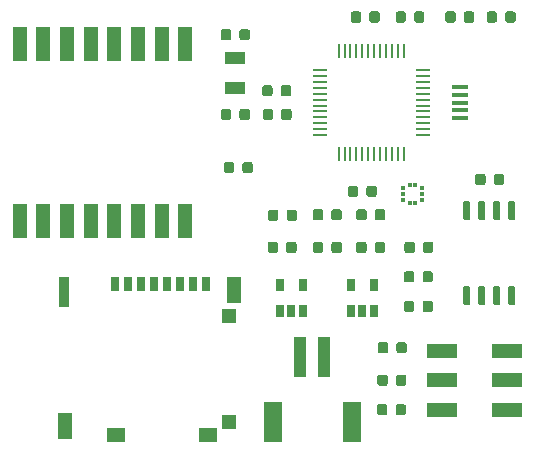
<source format=gbr>
%TF.GenerationSoftware,KiCad,Pcbnew,(6.0.0-rc1-dev-1248-ged6c68a1e)*%
%TF.CreationDate,2019-07-02T22:08:16-04:00*%
%TF.ProjectId,hummingbird,68756d6d-696e-4676-9269-72642e6b6963,rev?*%
%TF.SameCoordinates,Original*%
%TF.FileFunction,Paste,Top*%
%TF.FilePolarity,Positive*%
%FSLAX46Y46*%
G04 Gerber Fmt 4.6, Leading zero omitted, Abs format (unit mm)*
G04 Created by KiCad (PCBNEW (6.0.0-rc1-dev-1248-ged6c68a1e)) date 07/02/19 22:08:16*
%MOMM*%
%LPD*%
G01*
G04 APERTURE LIST*
%ADD10R,0.800000X1.240000*%
%ADD11R,0.950000X2.500000*%
%ADD12R,1.150000X2.200000*%
%ADD13R,1.160000X1.250000*%
%ADD14R,1.160000X1.200000*%
%ADD15R,1.500000X1.150000*%
%ADD16R,1.198880X2.999740*%
%ADD17C,0.100000*%
%ADD18C,0.875000*%
%ADD19R,1.000000X3.500000*%
%ADD20R,1.500000X3.400000*%
%ADD21R,1.350000X0.400000*%
%ADD22R,2.500000X1.200000*%
%ADD23R,0.650000X1.060000*%
%ADD24C,0.600000*%
%ADD25R,1.300000X0.250000*%
%ADD26R,0.250000X1.300000*%
%ADD27R,0.380000X0.350000*%
%ADD28R,1.800000X1.000000*%
G04 APERTURE END LIST*
D10*
X137850000Y-164395000D03*
X138950000Y-164395000D03*
X140050000Y-164395000D03*
X141150000Y-164395000D03*
X142250000Y-164395000D03*
X143350000Y-164395000D03*
X144450000Y-164395000D03*
X145550000Y-164395000D03*
D11*
X133505000Y-165025000D03*
D12*
X147895000Y-164875000D03*
D13*
X147490000Y-167025000D03*
D14*
X147490000Y-176025000D03*
D12*
X133605000Y-176355000D03*
D15*
X137910000Y-177150000D03*
X145690000Y-177150000D03*
D16*
X143747700Y-158998080D03*
X141748720Y-158998080D03*
X139749740Y-158998080D03*
X137748220Y-158998080D03*
X135751780Y-158998080D03*
X133750260Y-158998080D03*
X131751280Y-158998080D03*
X129752300Y-158998080D03*
X129752300Y-144001920D03*
X131751280Y-144001920D03*
X133750260Y-144001920D03*
X135751780Y-144001920D03*
X137748220Y-144001920D03*
X139749740Y-144001920D03*
X141748720Y-144001920D03*
X143747700Y-144001920D03*
D17*
G36*
X160490191Y-160776053D02*
X160511426Y-160779203D01*
X160532250Y-160784419D01*
X160552462Y-160791651D01*
X160571868Y-160800830D01*
X160590281Y-160811866D01*
X160607524Y-160824654D01*
X160623430Y-160839070D01*
X160637846Y-160854976D01*
X160650634Y-160872219D01*
X160661670Y-160890632D01*
X160670849Y-160910038D01*
X160678081Y-160930250D01*
X160683297Y-160951074D01*
X160686447Y-160972309D01*
X160687500Y-160993750D01*
X160687500Y-161506250D01*
X160686447Y-161527691D01*
X160683297Y-161548926D01*
X160678081Y-161569750D01*
X160670849Y-161589962D01*
X160661670Y-161609368D01*
X160650634Y-161627781D01*
X160637846Y-161645024D01*
X160623430Y-161660930D01*
X160607524Y-161675346D01*
X160590281Y-161688134D01*
X160571868Y-161699170D01*
X160552462Y-161708349D01*
X160532250Y-161715581D01*
X160511426Y-161720797D01*
X160490191Y-161723947D01*
X160468750Y-161725000D01*
X160031250Y-161725000D01*
X160009809Y-161723947D01*
X159988574Y-161720797D01*
X159967750Y-161715581D01*
X159947538Y-161708349D01*
X159928132Y-161699170D01*
X159909719Y-161688134D01*
X159892476Y-161675346D01*
X159876570Y-161660930D01*
X159862154Y-161645024D01*
X159849366Y-161627781D01*
X159838330Y-161609368D01*
X159829151Y-161589962D01*
X159821919Y-161569750D01*
X159816703Y-161548926D01*
X159813553Y-161527691D01*
X159812500Y-161506250D01*
X159812500Y-160993750D01*
X159813553Y-160972309D01*
X159816703Y-160951074D01*
X159821919Y-160930250D01*
X159829151Y-160910038D01*
X159838330Y-160890632D01*
X159849366Y-160872219D01*
X159862154Y-160854976D01*
X159876570Y-160839070D01*
X159892476Y-160824654D01*
X159909719Y-160811866D01*
X159928132Y-160800830D01*
X159947538Y-160791651D01*
X159967750Y-160784419D01*
X159988574Y-160779203D01*
X160009809Y-160776053D01*
X160031250Y-160775000D01*
X160468750Y-160775000D01*
X160490191Y-160776053D01*
X160490191Y-160776053D01*
G37*
D18*
X160250000Y-161250000D03*
D17*
G36*
X158915191Y-160776053D02*
X158936426Y-160779203D01*
X158957250Y-160784419D01*
X158977462Y-160791651D01*
X158996868Y-160800830D01*
X159015281Y-160811866D01*
X159032524Y-160824654D01*
X159048430Y-160839070D01*
X159062846Y-160854976D01*
X159075634Y-160872219D01*
X159086670Y-160890632D01*
X159095849Y-160910038D01*
X159103081Y-160930250D01*
X159108297Y-160951074D01*
X159111447Y-160972309D01*
X159112500Y-160993750D01*
X159112500Y-161506250D01*
X159111447Y-161527691D01*
X159108297Y-161548926D01*
X159103081Y-161569750D01*
X159095849Y-161589962D01*
X159086670Y-161609368D01*
X159075634Y-161627781D01*
X159062846Y-161645024D01*
X159048430Y-161660930D01*
X159032524Y-161675346D01*
X159015281Y-161688134D01*
X158996868Y-161699170D01*
X158977462Y-161708349D01*
X158957250Y-161715581D01*
X158936426Y-161720797D01*
X158915191Y-161723947D01*
X158893750Y-161725000D01*
X158456250Y-161725000D01*
X158434809Y-161723947D01*
X158413574Y-161720797D01*
X158392750Y-161715581D01*
X158372538Y-161708349D01*
X158353132Y-161699170D01*
X158334719Y-161688134D01*
X158317476Y-161675346D01*
X158301570Y-161660930D01*
X158287154Y-161645024D01*
X158274366Y-161627781D01*
X158263330Y-161609368D01*
X158254151Y-161589962D01*
X158246919Y-161569750D01*
X158241703Y-161548926D01*
X158238553Y-161527691D01*
X158237500Y-161506250D01*
X158237500Y-160993750D01*
X158238553Y-160972309D01*
X158241703Y-160951074D01*
X158246919Y-160930250D01*
X158254151Y-160910038D01*
X158263330Y-160890632D01*
X158274366Y-160872219D01*
X158287154Y-160854976D01*
X158301570Y-160839070D01*
X158317476Y-160824654D01*
X158334719Y-160811866D01*
X158353132Y-160800830D01*
X158372538Y-160791651D01*
X158392750Y-160784419D01*
X158413574Y-160779203D01*
X158434809Y-160776053D01*
X158456250Y-160775000D01*
X158893750Y-160775000D01*
X158915191Y-160776053D01*
X158915191Y-160776053D01*
G37*
D18*
X158675000Y-161250000D03*
D17*
G36*
X155240191Y-160776053D02*
X155261426Y-160779203D01*
X155282250Y-160784419D01*
X155302462Y-160791651D01*
X155321868Y-160800830D01*
X155340281Y-160811866D01*
X155357524Y-160824654D01*
X155373430Y-160839070D01*
X155387846Y-160854976D01*
X155400634Y-160872219D01*
X155411670Y-160890632D01*
X155420849Y-160910038D01*
X155428081Y-160930250D01*
X155433297Y-160951074D01*
X155436447Y-160972309D01*
X155437500Y-160993750D01*
X155437500Y-161506250D01*
X155436447Y-161527691D01*
X155433297Y-161548926D01*
X155428081Y-161569750D01*
X155420849Y-161589962D01*
X155411670Y-161609368D01*
X155400634Y-161627781D01*
X155387846Y-161645024D01*
X155373430Y-161660930D01*
X155357524Y-161675346D01*
X155340281Y-161688134D01*
X155321868Y-161699170D01*
X155302462Y-161708349D01*
X155282250Y-161715581D01*
X155261426Y-161720797D01*
X155240191Y-161723947D01*
X155218750Y-161725000D01*
X154781250Y-161725000D01*
X154759809Y-161723947D01*
X154738574Y-161720797D01*
X154717750Y-161715581D01*
X154697538Y-161708349D01*
X154678132Y-161699170D01*
X154659719Y-161688134D01*
X154642476Y-161675346D01*
X154626570Y-161660930D01*
X154612154Y-161645024D01*
X154599366Y-161627781D01*
X154588330Y-161609368D01*
X154579151Y-161589962D01*
X154571919Y-161569750D01*
X154566703Y-161548926D01*
X154563553Y-161527691D01*
X154562500Y-161506250D01*
X154562500Y-160993750D01*
X154563553Y-160972309D01*
X154566703Y-160951074D01*
X154571919Y-160930250D01*
X154579151Y-160910038D01*
X154588330Y-160890632D01*
X154599366Y-160872219D01*
X154612154Y-160854976D01*
X154626570Y-160839070D01*
X154642476Y-160824654D01*
X154659719Y-160811866D01*
X154678132Y-160800830D01*
X154697538Y-160791651D01*
X154717750Y-160784419D01*
X154738574Y-160779203D01*
X154759809Y-160776053D01*
X154781250Y-160775000D01*
X155218750Y-160775000D01*
X155240191Y-160776053D01*
X155240191Y-160776053D01*
G37*
D18*
X155000000Y-161250000D03*
D17*
G36*
X156815191Y-160776053D02*
X156836426Y-160779203D01*
X156857250Y-160784419D01*
X156877462Y-160791651D01*
X156896868Y-160800830D01*
X156915281Y-160811866D01*
X156932524Y-160824654D01*
X156948430Y-160839070D01*
X156962846Y-160854976D01*
X156975634Y-160872219D01*
X156986670Y-160890632D01*
X156995849Y-160910038D01*
X157003081Y-160930250D01*
X157008297Y-160951074D01*
X157011447Y-160972309D01*
X157012500Y-160993750D01*
X157012500Y-161506250D01*
X157011447Y-161527691D01*
X157008297Y-161548926D01*
X157003081Y-161569750D01*
X156995849Y-161589962D01*
X156986670Y-161609368D01*
X156975634Y-161627781D01*
X156962846Y-161645024D01*
X156948430Y-161660930D01*
X156932524Y-161675346D01*
X156915281Y-161688134D01*
X156896868Y-161699170D01*
X156877462Y-161708349D01*
X156857250Y-161715581D01*
X156836426Y-161720797D01*
X156815191Y-161723947D01*
X156793750Y-161725000D01*
X156356250Y-161725000D01*
X156334809Y-161723947D01*
X156313574Y-161720797D01*
X156292750Y-161715581D01*
X156272538Y-161708349D01*
X156253132Y-161699170D01*
X156234719Y-161688134D01*
X156217476Y-161675346D01*
X156201570Y-161660930D01*
X156187154Y-161645024D01*
X156174366Y-161627781D01*
X156163330Y-161609368D01*
X156154151Y-161589962D01*
X156146919Y-161569750D01*
X156141703Y-161548926D01*
X156138553Y-161527691D01*
X156137500Y-161506250D01*
X156137500Y-160993750D01*
X156138553Y-160972309D01*
X156141703Y-160951074D01*
X156146919Y-160930250D01*
X156154151Y-160910038D01*
X156163330Y-160890632D01*
X156174366Y-160872219D01*
X156187154Y-160854976D01*
X156201570Y-160839070D01*
X156217476Y-160824654D01*
X156234719Y-160811866D01*
X156253132Y-160800830D01*
X156272538Y-160791651D01*
X156292750Y-160784419D01*
X156313574Y-160779203D01*
X156334809Y-160776053D01*
X156356250Y-160775000D01*
X156793750Y-160775000D01*
X156815191Y-160776053D01*
X156815191Y-160776053D01*
G37*
D18*
X156575000Y-161250000D03*
D17*
G36*
X162990191Y-160776053D02*
X163011426Y-160779203D01*
X163032250Y-160784419D01*
X163052462Y-160791651D01*
X163071868Y-160800830D01*
X163090281Y-160811866D01*
X163107524Y-160824654D01*
X163123430Y-160839070D01*
X163137846Y-160854976D01*
X163150634Y-160872219D01*
X163161670Y-160890632D01*
X163170849Y-160910038D01*
X163178081Y-160930250D01*
X163183297Y-160951074D01*
X163186447Y-160972309D01*
X163187500Y-160993750D01*
X163187500Y-161506250D01*
X163186447Y-161527691D01*
X163183297Y-161548926D01*
X163178081Y-161569750D01*
X163170849Y-161589962D01*
X163161670Y-161609368D01*
X163150634Y-161627781D01*
X163137846Y-161645024D01*
X163123430Y-161660930D01*
X163107524Y-161675346D01*
X163090281Y-161688134D01*
X163071868Y-161699170D01*
X163052462Y-161708349D01*
X163032250Y-161715581D01*
X163011426Y-161720797D01*
X162990191Y-161723947D01*
X162968750Y-161725000D01*
X162531250Y-161725000D01*
X162509809Y-161723947D01*
X162488574Y-161720797D01*
X162467750Y-161715581D01*
X162447538Y-161708349D01*
X162428132Y-161699170D01*
X162409719Y-161688134D01*
X162392476Y-161675346D01*
X162376570Y-161660930D01*
X162362154Y-161645024D01*
X162349366Y-161627781D01*
X162338330Y-161609368D01*
X162329151Y-161589962D01*
X162321919Y-161569750D01*
X162316703Y-161548926D01*
X162313553Y-161527691D01*
X162312500Y-161506250D01*
X162312500Y-160993750D01*
X162313553Y-160972309D01*
X162316703Y-160951074D01*
X162321919Y-160930250D01*
X162329151Y-160910038D01*
X162338330Y-160890632D01*
X162349366Y-160872219D01*
X162362154Y-160854976D01*
X162376570Y-160839070D01*
X162392476Y-160824654D01*
X162409719Y-160811866D01*
X162428132Y-160800830D01*
X162447538Y-160791651D01*
X162467750Y-160784419D01*
X162488574Y-160779203D01*
X162509809Y-160776053D01*
X162531250Y-160775000D01*
X162968750Y-160775000D01*
X162990191Y-160776053D01*
X162990191Y-160776053D01*
G37*
D18*
X162750000Y-161250000D03*
D17*
G36*
X164565191Y-160776053D02*
X164586426Y-160779203D01*
X164607250Y-160784419D01*
X164627462Y-160791651D01*
X164646868Y-160800830D01*
X164665281Y-160811866D01*
X164682524Y-160824654D01*
X164698430Y-160839070D01*
X164712846Y-160854976D01*
X164725634Y-160872219D01*
X164736670Y-160890632D01*
X164745849Y-160910038D01*
X164753081Y-160930250D01*
X164758297Y-160951074D01*
X164761447Y-160972309D01*
X164762500Y-160993750D01*
X164762500Y-161506250D01*
X164761447Y-161527691D01*
X164758297Y-161548926D01*
X164753081Y-161569750D01*
X164745849Y-161589962D01*
X164736670Y-161609368D01*
X164725634Y-161627781D01*
X164712846Y-161645024D01*
X164698430Y-161660930D01*
X164682524Y-161675346D01*
X164665281Y-161688134D01*
X164646868Y-161699170D01*
X164627462Y-161708349D01*
X164607250Y-161715581D01*
X164586426Y-161720797D01*
X164565191Y-161723947D01*
X164543750Y-161725000D01*
X164106250Y-161725000D01*
X164084809Y-161723947D01*
X164063574Y-161720797D01*
X164042750Y-161715581D01*
X164022538Y-161708349D01*
X164003132Y-161699170D01*
X163984719Y-161688134D01*
X163967476Y-161675346D01*
X163951570Y-161660930D01*
X163937154Y-161645024D01*
X163924366Y-161627781D01*
X163913330Y-161609368D01*
X163904151Y-161589962D01*
X163896919Y-161569750D01*
X163891703Y-161548926D01*
X163888553Y-161527691D01*
X163887500Y-161506250D01*
X163887500Y-160993750D01*
X163888553Y-160972309D01*
X163891703Y-160951074D01*
X163896919Y-160930250D01*
X163904151Y-160910038D01*
X163913330Y-160890632D01*
X163924366Y-160872219D01*
X163937154Y-160854976D01*
X163951570Y-160839070D01*
X163967476Y-160824654D01*
X163984719Y-160811866D01*
X164003132Y-160800830D01*
X164022538Y-160791651D01*
X164042750Y-160784419D01*
X164063574Y-160779203D01*
X164084809Y-160776053D01*
X164106250Y-160775000D01*
X164543750Y-160775000D01*
X164565191Y-160776053D01*
X164565191Y-160776053D01*
G37*
D18*
X164325000Y-161250000D03*
D17*
G36*
X147452691Y-149526053D02*
X147473926Y-149529203D01*
X147494750Y-149534419D01*
X147514962Y-149541651D01*
X147534368Y-149550830D01*
X147552781Y-149561866D01*
X147570024Y-149574654D01*
X147585930Y-149589070D01*
X147600346Y-149604976D01*
X147613134Y-149622219D01*
X147624170Y-149640632D01*
X147633349Y-149660038D01*
X147640581Y-149680250D01*
X147645797Y-149701074D01*
X147648947Y-149722309D01*
X147650000Y-149743750D01*
X147650000Y-150256250D01*
X147648947Y-150277691D01*
X147645797Y-150298926D01*
X147640581Y-150319750D01*
X147633349Y-150339962D01*
X147624170Y-150359368D01*
X147613134Y-150377781D01*
X147600346Y-150395024D01*
X147585930Y-150410930D01*
X147570024Y-150425346D01*
X147552781Y-150438134D01*
X147534368Y-150449170D01*
X147514962Y-150458349D01*
X147494750Y-150465581D01*
X147473926Y-150470797D01*
X147452691Y-150473947D01*
X147431250Y-150475000D01*
X146993750Y-150475000D01*
X146972309Y-150473947D01*
X146951074Y-150470797D01*
X146930250Y-150465581D01*
X146910038Y-150458349D01*
X146890632Y-150449170D01*
X146872219Y-150438134D01*
X146854976Y-150425346D01*
X146839070Y-150410930D01*
X146824654Y-150395024D01*
X146811866Y-150377781D01*
X146800830Y-150359368D01*
X146791651Y-150339962D01*
X146784419Y-150319750D01*
X146779203Y-150298926D01*
X146776053Y-150277691D01*
X146775000Y-150256250D01*
X146775000Y-149743750D01*
X146776053Y-149722309D01*
X146779203Y-149701074D01*
X146784419Y-149680250D01*
X146791651Y-149660038D01*
X146800830Y-149640632D01*
X146811866Y-149622219D01*
X146824654Y-149604976D01*
X146839070Y-149589070D01*
X146854976Y-149574654D01*
X146872219Y-149561866D01*
X146890632Y-149550830D01*
X146910038Y-149541651D01*
X146930250Y-149534419D01*
X146951074Y-149529203D01*
X146972309Y-149526053D01*
X146993750Y-149525000D01*
X147431250Y-149525000D01*
X147452691Y-149526053D01*
X147452691Y-149526053D01*
G37*
D18*
X147212500Y-150000000D03*
D17*
G36*
X149027691Y-149526053D02*
X149048926Y-149529203D01*
X149069750Y-149534419D01*
X149089962Y-149541651D01*
X149109368Y-149550830D01*
X149127781Y-149561866D01*
X149145024Y-149574654D01*
X149160930Y-149589070D01*
X149175346Y-149604976D01*
X149188134Y-149622219D01*
X149199170Y-149640632D01*
X149208349Y-149660038D01*
X149215581Y-149680250D01*
X149220797Y-149701074D01*
X149223947Y-149722309D01*
X149225000Y-149743750D01*
X149225000Y-150256250D01*
X149223947Y-150277691D01*
X149220797Y-150298926D01*
X149215581Y-150319750D01*
X149208349Y-150339962D01*
X149199170Y-150359368D01*
X149188134Y-150377781D01*
X149175346Y-150395024D01*
X149160930Y-150410930D01*
X149145024Y-150425346D01*
X149127781Y-150438134D01*
X149109368Y-150449170D01*
X149089962Y-150458349D01*
X149069750Y-150465581D01*
X149048926Y-150470797D01*
X149027691Y-150473947D01*
X149006250Y-150475000D01*
X148568750Y-150475000D01*
X148547309Y-150473947D01*
X148526074Y-150470797D01*
X148505250Y-150465581D01*
X148485038Y-150458349D01*
X148465632Y-150449170D01*
X148447219Y-150438134D01*
X148429976Y-150425346D01*
X148414070Y-150410930D01*
X148399654Y-150395024D01*
X148386866Y-150377781D01*
X148375830Y-150359368D01*
X148366651Y-150339962D01*
X148359419Y-150319750D01*
X148354203Y-150298926D01*
X148351053Y-150277691D01*
X148350000Y-150256250D01*
X148350000Y-149743750D01*
X148351053Y-149722309D01*
X148354203Y-149701074D01*
X148359419Y-149680250D01*
X148366651Y-149660038D01*
X148375830Y-149640632D01*
X148386866Y-149622219D01*
X148399654Y-149604976D01*
X148414070Y-149589070D01*
X148429976Y-149574654D01*
X148447219Y-149561866D01*
X148465632Y-149550830D01*
X148485038Y-149541651D01*
X148505250Y-149534419D01*
X148526074Y-149529203D01*
X148547309Y-149526053D01*
X148568750Y-149525000D01*
X149006250Y-149525000D01*
X149027691Y-149526053D01*
X149027691Y-149526053D01*
G37*
D18*
X148787500Y-150000000D03*
D17*
G36*
X149027691Y-142776053D02*
X149048926Y-142779203D01*
X149069750Y-142784419D01*
X149089962Y-142791651D01*
X149109368Y-142800830D01*
X149127781Y-142811866D01*
X149145024Y-142824654D01*
X149160930Y-142839070D01*
X149175346Y-142854976D01*
X149188134Y-142872219D01*
X149199170Y-142890632D01*
X149208349Y-142910038D01*
X149215581Y-142930250D01*
X149220797Y-142951074D01*
X149223947Y-142972309D01*
X149225000Y-142993750D01*
X149225000Y-143506250D01*
X149223947Y-143527691D01*
X149220797Y-143548926D01*
X149215581Y-143569750D01*
X149208349Y-143589962D01*
X149199170Y-143609368D01*
X149188134Y-143627781D01*
X149175346Y-143645024D01*
X149160930Y-143660930D01*
X149145024Y-143675346D01*
X149127781Y-143688134D01*
X149109368Y-143699170D01*
X149089962Y-143708349D01*
X149069750Y-143715581D01*
X149048926Y-143720797D01*
X149027691Y-143723947D01*
X149006250Y-143725000D01*
X148568750Y-143725000D01*
X148547309Y-143723947D01*
X148526074Y-143720797D01*
X148505250Y-143715581D01*
X148485038Y-143708349D01*
X148465632Y-143699170D01*
X148447219Y-143688134D01*
X148429976Y-143675346D01*
X148414070Y-143660930D01*
X148399654Y-143645024D01*
X148386866Y-143627781D01*
X148375830Y-143609368D01*
X148366651Y-143589962D01*
X148359419Y-143569750D01*
X148354203Y-143548926D01*
X148351053Y-143527691D01*
X148350000Y-143506250D01*
X148350000Y-142993750D01*
X148351053Y-142972309D01*
X148354203Y-142951074D01*
X148359419Y-142930250D01*
X148366651Y-142910038D01*
X148375830Y-142890632D01*
X148386866Y-142872219D01*
X148399654Y-142854976D01*
X148414070Y-142839070D01*
X148429976Y-142824654D01*
X148447219Y-142811866D01*
X148465632Y-142800830D01*
X148485038Y-142791651D01*
X148505250Y-142784419D01*
X148526074Y-142779203D01*
X148547309Y-142776053D01*
X148568750Y-142775000D01*
X149006250Y-142775000D01*
X149027691Y-142776053D01*
X149027691Y-142776053D01*
G37*
D18*
X148787500Y-143250000D03*
D17*
G36*
X147452691Y-142776053D02*
X147473926Y-142779203D01*
X147494750Y-142784419D01*
X147514962Y-142791651D01*
X147534368Y-142800830D01*
X147552781Y-142811866D01*
X147570024Y-142824654D01*
X147585930Y-142839070D01*
X147600346Y-142854976D01*
X147613134Y-142872219D01*
X147624170Y-142890632D01*
X147633349Y-142910038D01*
X147640581Y-142930250D01*
X147645797Y-142951074D01*
X147648947Y-142972309D01*
X147650000Y-142993750D01*
X147650000Y-143506250D01*
X147648947Y-143527691D01*
X147645797Y-143548926D01*
X147640581Y-143569750D01*
X147633349Y-143589962D01*
X147624170Y-143609368D01*
X147613134Y-143627781D01*
X147600346Y-143645024D01*
X147585930Y-143660930D01*
X147570024Y-143675346D01*
X147552781Y-143688134D01*
X147534368Y-143699170D01*
X147514962Y-143708349D01*
X147494750Y-143715581D01*
X147473926Y-143720797D01*
X147452691Y-143723947D01*
X147431250Y-143725000D01*
X146993750Y-143725000D01*
X146972309Y-143723947D01*
X146951074Y-143720797D01*
X146930250Y-143715581D01*
X146910038Y-143708349D01*
X146890632Y-143699170D01*
X146872219Y-143688134D01*
X146854976Y-143675346D01*
X146839070Y-143660930D01*
X146824654Y-143645024D01*
X146811866Y-143627781D01*
X146800830Y-143609368D01*
X146791651Y-143589962D01*
X146784419Y-143569750D01*
X146779203Y-143548926D01*
X146776053Y-143527691D01*
X146775000Y-143506250D01*
X146775000Y-142993750D01*
X146776053Y-142972309D01*
X146779203Y-142951074D01*
X146784419Y-142930250D01*
X146791651Y-142910038D01*
X146800830Y-142890632D01*
X146811866Y-142872219D01*
X146824654Y-142854976D01*
X146839070Y-142839070D01*
X146854976Y-142824654D01*
X146872219Y-142811866D01*
X146890632Y-142800830D01*
X146910038Y-142791651D01*
X146930250Y-142784419D01*
X146951074Y-142779203D01*
X146972309Y-142776053D01*
X146993750Y-142775000D01*
X147431250Y-142775000D01*
X147452691Y-142776053D01*
X147452691Y-142776053D01*
G37*
D18*
X147212500Y-143250000D03*
D17*
G36*
X159777691Y-156026053D02*
X159798926Y-156029203D01*
X159819750Y-156034419D01*
X159839962Y-156041651D01*
X159859368Y-156050830D01*
X159877781Y-156061866D01*
X159895024Y-156074654D01*
X159910930Y-156089070D01*
X159925346Y-156104976D01*
X159938134Y-156122219D01*
X159949170Y-156140632D01*
X159958349Y-156160038D01*
X159965581Y-156180250D01*
X159970797Y-156201074D01*
X159973947Y-156222309D01*
X159975000Y-156243750D01*
X159975000Y-156756250D01*
X159973947Y-156777691D01*
X159970797Y-156798926D01*
X159965581Y-156819750D01*
X159958349Y-156839962D01*
X159949170Y-156859368D01*
X159938134Y-156877781D01*
X159925346Y-156895024D01*
X159910930Y-156910930D01*
X159895024Y-156925346D01*
X159877781Y-156938134D01*
X159859368Y-156949170D01*
X159839962Y-156958349D01*
X159819750Y-156965581D01*
X159798926Y-156970797D01*
X159777691Y-156973947D01*
X159756250Y-156975000D01*
X159318750Y-156975000D01*
X159297309Y-156973947D01*
X159276074Y-156970797D01*
X159255250Y-156965581D01*
X159235038Y-156958349D01*
X159215632Y-156949170D01*
X159197219Y-156938134D01*
X159179976Y-156925346D01*
X159164070Y-156910930D01*
X159149654Y-156895024D01*
X159136866Y-156877781D01*
X159125830Y-156859368D01*
X159116651Y-156839962D01*
X159109419Y-156819750D01*
X159104203Y-156798926D01*
X159101053Y-156777691D01*
X159100000Y-156756250D01*
X159100000Y-156243750D01*
X159101053Y-156222309D01*
X159104203Y-156201074D01*
X159109419Y-156180250D01*
X159116651Y-156160038D01*
X159125830Y-156140632D01*
X159136866Y-156122219D01*
X159149654Y-156104976D01*
X159164070Y-156089070D01*
X159179976Y-156074654D01*
X159197219Y-156061866D01*
X159215632Y-156050830D01*
X159235038Y-156041651D01*
X159255250Y-156034419D01*
X159276074Y-156029203D01*
X159297309Y-156026053D01*
X159318750Y-156025000D01*
X159756250Y-156025000D01*
X159777691Y-156026053D01*
X159777691Y-156026053D01*
G37*
D18*
X159537500Y-156500000D03*
D17*
G36*
X158202691Y-156026053D02*
X158223926Y-156029203D01*
X158244750Y-156034419D01*
X158264962Y-156041651D01*
X158284368Y-156050830D01*
X158302781Y-156061866D01*
X158320024Y-156074654D01*
X158335930Y-156089070D01*
X158350346Y-156104976D01*
X158363134Y-156122219D01*
X158374170Y-156140632D01*
X158383349Y-156160038D01*
X158390581Y-156180250D01*
X158395797Y-156201074D01*
X158398947Y-156222309D01*
X158400000Y-156243750D01*
X158400000Y-156756250D01*
X158398947Y-156777691D01*
X158395797Y-156798926D01*
X158390581Y-156819750D01*
X158383349Y-156839962D01*
X158374170Y-156859368D01*
X158363134Y-156877781D01*
X158350346Y-156895024D01*
X158335930Y-156910930D01*
X158320024Y-156925346D01*
X158302781Y-156938134D01*
X158284368Y-156949170D01*
X158264962Y-156958349D01*
X158244750Y-156965581D01*
X158223926Y-156970797D01*
X158202691Y-156973947D01*
X158181250Y-156975000D01*
X157743750Y-156975000D01*
X157722309Y-156973947D01*
X157701074Y-156970797D01*
X157680250Y-156965581D01*
X157660038Y-156958349D01*
X157640632Y-156949170D01*
X157622219Y-156938134D01*
X157604976Y-156925346D01*
X157589070Y-156910930D01*
X157574654Y-156895024D01*
X157561866Y-156877781D01*
X157550830Y-156859368D01*
X157541651Y-156839962D01*
X157534419Y-156819750D01*
X157529203Y-156798926D01*
X157526053Y-156777691D01*
X157525000Y-156756250D01*
X157525000Y-156243750D01*
X157526053Y-156222309D01*
X157529203Y-156201074D01*
X157534419Y-156180250D01*
X157541651Y-156160038D01*
X157550830Y-156140632D01*
X157561866Y-156122219D01*
X157574654Y-156104976D01*
X157589070Y-156089070D01*
X157604976Y-156074654D01*
X157622219Y-156061866D01*
X157640632Y-156050830D01*
X157660038Y-156041651D01*
X157680250Y-156034419D01*
X157701074Y-156029203D01*
X157722309Y-156026053D01*
X157743750Y-156025000D01*
X158181250Y-156025000D01*
X158202691Y-156026053D01*
X158202691Y-156026053D01*
G37*
D18*
X157962500Y-156500000D03*
D17*
G36*
X160027691Y-141276053D02*
X160048926Y-141279203D01*
X160069750Y-141284419D01*
X160089962Y-141291651D01*
X160109368Y-141300830D01*
X160127781Y-141311866D01*
X160145024Y-141324654D01*
X160160930Y-141339070D01*
X160175346Y-141354976D01*
X160188134Y-141372219D01*
X160199170Y-141390632D01*
X160208349Y-141410038D01*
X160215581Y-141430250D01*
X160220797Y-141451074D01*
X160223947Y-141472309D01*
X160225000Y-141493750D01*
X160225000Y-142006250D01*
X160223947Y-142027691D01*
X160220797Y-142048926D01*
X160215581Y-142069750D01*
X160208349Y-142089962D01*
X160199170Y-142109368D01*
X160188134Y-142127781D01*
X160175346Y-142145024D01*
X160160930Y-142160930D01*
X160145024Y-142175346D01*
X160127781Y-142188134D01*
X160109368Y-142199170D01*
X160089962Y-142208349D01*
X160069750Y-142215581D01*
X160048926Y-142220797D01*
X160027691Y-142223947D01*
X160006250Y-142225000D01*
X159568750Y-142225000D01*
X159547309Y-142223947D01*
X159526074Y-142220797D01*
X159505250Y-142215581D01*
X159485038Y-142208349D01*
X159465632Y-142199170D01*
X159447219Y-142188134D01*
X159429976Y-142175346D01*
X159414070Y-142160930D01*
X159399654Y-142145024D01*
X159386866Y-142127781D01*
X159375830Y-142109368D01*
X159366651Y-142089962D01*
X159359419Y-142069750D01*
X159354203Y-142048926D01*
X159351053Y-142027691D01*
X159350000Y-142006250D01*
X159350000Y-141493750D01*
X159351053Y-141472309D01*
X159354203Y-141451074D01*
X159359419Y-141430250D01*
X159366651Y-141410038D01*
X159375830Y-141390632D01*
X159386866Y-141372219D01*
X159399654Y-141354976D01*
X159414070Y-141339070D01*
X159429976Y-141324654D01*
X159447219Y-141311866D01*
X159465632Y-141300830D01*
X159485038Y-141291651D01*
X159505250Y-141284419D01*
X159526074Y-141279203D01*
X159547309Y-141276053D01*
X159568750Y-141275000D01*
X160006250Y-141275000D01*
X160027691Y-141276053D01*
X160027691Y-141276053D01*
G37*
D18*
X159787500Y-141750000D03*
D17*
G36*
X158452691Y-141276053D02*
X158473926Y-141279203D01*
X158494750Y-141284419D01*
X158514962Y-141291651D01*
X158534368Y-141300830D01*
X158552781Y-141311866D01*
X158570024Y-141324654D01*
X158585930Y-141339070D01*
X158600346Y-141354976D01*
X158613134Y-141372219D01*
X158624170Y-141390632D01*
X158633349Y-141410038D01*
X158640581Y-141430250D01*
X158645797Y-141451074D01*
X158648947Y-141472309D01*
X158650000Y-141493750D01*
X158650000Y-142006250D01*
X158648947Y-142027691D01*
X158645797Y-142048926D01*
X158640581Y-142069750D01*
X158633349Y-142089962D01*
X158624170Y-142109368D01*
X158613134Y-142127781D01*
X158600346Y-142145024D01*
X158585930Y-142160930D01*
X158570024Y-142175346D01*
X158552781Y-142188134D01*
X158534368Y-142199170D01*
X158514962Y-142208349D01*
X158494750Y-142215581D01*
X158473926Y-142220797D01*
X158452691Y-142223947D01*
X158431250Y-142225000D01*
X157993750Y-142225000D01*
X157972309Y-142223947D01*
X157951074Y-142220797D01*
X157930250Y-142215581D01*
X157910038Y-142208349D01*
X157890632Y-142199170D01*
X157872219Y-142188134D01*
X157854976Y-142175346D01*
X157839070Y-142160930D01*
X157824654Y-142145024D01*
X157811866Y-142127781D01*
X157800830Y-142109368D01*
X157791651Y-142089962D01*
X157784419Y-142069750D01*
X157779203Y-142048926D01*
X157776053Y-142027691D01*
X157775000Y-142006250D01*
X157775000Y-141493750D01*
X157776053Y-141472309D01*
X157779203Y-141451074D01*
X157784419Y-141430250D01*
X157791651Y-141410038D01*
X157800830Y-141390632D01*
X157811866Y-141372219D01*
X157824654Y-141354976D01*
X157839070Y-141339070D01*
X157854976Y-141324654D01*
X157872219Y-141311866D01*
X157890632Y-141300830D01*
X157910038Y-141291651D01*
X157930250Y-141284419D01*
X157951074Y-141279203D01*
X157972309Y-141276053D01*
X157993750Y-141275000D01*
X158431250Y-141275000D01*
X158452691Y-141276053D01*
X158452691Y-141276053D01*
G37*
D18*
X158212500Y-141750000D03*
D17*
G36*
X150990191Y-149526053D02*
X151011426Y-149529203D01*
X151032250Y-149534419D01*
X151052462Y-149541651D01*
X151071868Y-149550830D01*
X151090281Y-149561866D01*
X151107524Y-149574654D01*
X151123430Y-149589070D01*
X151137846Y-149604976D01*
X151150634Y-149622219D01*
X151161670Y-149640632D01*
X151170849Y-149660038D01*
X151178081Y-149680250D01*
X151183297Y-149701074D01*
X151186447Y-149722309D01*
X151187500Y-149743750D01*
X151187500Y-150256250D01*
X151186447Y-150277691D01*
X151183297Y-150298926D01*
X151178081Y-150319750D01*
X151170849Y-150339962D01*
X151161670Y-150359368D01*
X151150634Y-150377781D01*
X151137846Y-150395024D01*
X151123430Y-150410930D01*
X151107524Y-150425346D01*
X151090281Y-150438134D01*
X151071868Y-150449170D01*
X151052462Y-150458349D01*
X151032250Y-150465581D01*
X151011426Y-150470797D01*
X150990191Y-150473947D01*
X150968750Y-150475000D01*
X150531250Y-150475000D01*
X150509809Y-150473947D01*
X150488574Y-150470797D01*
X150467750Y-150465581D01*
X150447538Y-150458349D01*
X150428132Y-150449170D01*
X150409719Y-150438134D01*
X150392476Y-150425346D01*
X150376570Y-150410930D01*
X150362154Y-150395024D01*
X150349366Y-150377781D01*
X150338330Y-150359368D01*
X150329151Y-150339962D01*
X150321919Y-150319750D01*
X150316703Y-150298926D01*
X150313553Y-150277691D01*
X150312500Y-150256250D01*
X150312500Y-149743750D01*
X150313553Y-149722309D01*
X150316703Y-149701074D01*
X150321919Y-149680250D01*
X150329151Y-149660038D01*
X150338330Y-149640632D01*
X150349366Y-149622219D01*
X150362154Y-149604976D01*
X150376570Y-149589070D01*
X150392476Y-149574654D01*
X150409719Y-149561866D01*
X150428132Y-149550830D01*
X150447538Y-149541651D01*
X150467750Y-149534419D01*
X150488574Y-149529203D01*
X150509809Y-149526053D01*
X150531250Y-149525000D01*
X150968750Y-149525000D01*
X150990191Y-149526053D01*
X150990191Y-149526053D01*
G37*
D18*
X150750000Y-150000000D03*
D17*
G36*
X152565191Y-149526053D02*
X152586426Y-149529203D01*
X152607250Y-149534419D01*
X152627462Y-149541651D01*
X152646868Y-149550830D01*
X152665281Y-149561866D01*
X152682524Y-149574654D01*
X152698430Y-149589070D01*
X152712846Y-149604976D01*
X152725634Y-149622219D01*
X152736670Y-149640632D01*
X152745849Y-149660038D01*
X152753081Y-149680250D01*
X152758297Y-149701074D01*
X152761447Y-149722309D01*
X152762500Y-149743750D01*
X152762500Y-150256250D01*
X152761447Y-150277691D01*
X152758297Y-150298926D01*
X152753081Y-150319750D01*
X152745849Y-150339962D01*
X152736670Y-150359368D01*
X152725634Y-150377781D01*
X152712846Y-150395024D01*
X152698430Y-150410930D01*
X152682524Y-150425346D01*
X152665281Y-150438134D01*
X152646868Y-150449170D01*
X152627462Y-150458349D01*
X152607250Y-150465581D01*
X152586426Y-150470797D01*
X152565191Y-150473947D01*
X152543750Y-150475000D01*
X152106250Y-150475000D01*
X152084809Y-150473947D01*
X152063574Y-150470797D01*
X152042750Y-150465581D01*
X152022538Y-150458349D01*
X152003132Y-150449170D01*
X151984719Y-150438134D01*
X151967476Y-150425346D01*
X151951570Y-150410930D01*
X151937154Y-150395024D01*
X151924366Y-150377781D01*
X151913330Y-150359368D01*
X151904151Y-150339962D01*
X151896919Y-150319750D01*
X151891703Y-150298926D01*
X151888553Y-150277691D01*
X151887500Y-150256250D01*
X151887500Y-149743750D01*
X151888553Y-149722309D01*
X151891703Y-149701074D01*
X151896919Y-149680250D01*
X151904151Y-149660038D01*
X151913330Y-149640632D01*
X151924366Y-149622219D01*
X151937154Y-149604976D01*
X151951570Y-149589070D01*
X151967476Y-149574654D01*
X151984719Y-149561866D01*
X152003132Y-149550830D01*
X152022538Y-149541651D01*
X152042750Y-149534419D01*
X152063574Y-149529203D01*
X152084809Y-149526053D01*
X152106250Y-149525000D01*
X152543750Y-149525000D01*
X152565191Y-149526053D01*
X152565191Y-149526053D01*
G37*
D18*
X152325000Y-150000000D03*
D17*
G36*
X162240191Y-141276053D02*
X162261426Y-141279203D01*
X162282250Y-141284419D01*
X162302462Y-141291651D01*
X162321868Y-141300830D01*
X162340281Y-141311866D01*
X162357524Y-141324654D01*
X162373430Y-141339070D01*
X162387846Y-141354976D01*
X162400634Y-141372219D01*
X162411670Y-141390632D01*
X162420849Y-141410038D01*
X162428081Y-141430250D01*
X162433297Y-141451074D01*
X162436447Y-141472309D01*
X162437500Y-141493750D01*
X162437500Y-142006250D01*
X162436447Y-142027691D01*
X162433297Y-142048926D01*
X162428081Y-142069750D01*
X162420849Y-142089962D01*
X162411670Y-142109368D01*
X162400634Y-142127781D01*
X162387846Y-142145024D01*
X162373430Y-142160930D01*
X162357524Y-142175346D01*
X162340281Y-142188134D01*
X162321868Y-142199170D01*
X162302462Y-142208349D01*
X162282250Y-142215581D01*
X162261426Y-142220797D01*
X162240191Y-142223947D01*
X162218750Y-142225000D01*
X161781250Y-142225000D01*
X161759809Y-142223947D01*
X161738574Y-142220797D01*
X161717750Y-142215581D01*
X161697538Y-142208349D01*
X161678132Y-142199170D01*
X161659719Y-142188134D01*
X161642476Y-142175346D01*
X161626570Y-142160930D01*
X161612154Y-142145024D01*
X161599366Y-142127781D01*
X161588330Y-142109368D01*
X161579151Y-142089962D01*
X161571919Y-142069750D01*
X161566703Y-142048926D01*
X161563553Y-142027691D01*
X161562500Y-142006250D01*
X161562500Y-141493750D01*
X161563553Y-141472309D01*
X161566703Y-141451074D01*
X161571919Y-141430250D01*
X161579151Y-141410038D01*
X161588330Y-141390632D01*
X161599366Y-141372219D01*
X161612154Y-141354976D01*
X161626570Y-141339070D01*
X161642476Y-141324654D01*
X161659719Y-141311866D01*
X161678132Y-141300830D01*
X161697538Y-141291651D01*
X161717750Y-141284419D01*
X161738574Y-141279203D01*
X161759809Y-141276053D01*
X161781250Y-141275000D01*
X162218750Y-141275000D01*
X162240191Y-141276053D01*
X162240191Y-141276053D01*
G37*
D18*
X162000000Y-141750000D03*
D17*
G36*
X163815191Y-141276053D02*
X163836426Y-141279203D01*
X163857250Y-141284419D01*
X163877462Y-141291651D01*
X163896868Y-141300830D01*
X163915281Y-141311866D01*
X163932524Y-141324654D01*
X163948430Y-141339070D01*
X163962846Y-141354976D01*
X163975634Y-141372219D01*
X163986670Y-141390632D01*
X163995849Y-141410038D01*
X164003081Y-141430250D01*
X164008297Y-141451074D01*
X164011447Y-141472309D01*
X164012500Y-141493750D01*
X164012500Y-142006250D01*
X164011447Y-142027691D01*
X164008297Y-142048926D01*
X164003081Y-142069750D01*
X163995849Y-142089962D01*
X163986670Y-142109368D01*
X163975634Y-142127781D01*
X163962846Y-142145024D01*
X163948430Y-142160930D01*
X163932524Y-142175346D01*
X163915281Y-142188134D01*
X163896868Y-142199170D01*
X163877462Y-142208349D01*
X163857250Y-142215581D01*
X163836426Y-142220797D01*
X163815191Y-142223947D01*
X163793750Y-142225000D01*
X163356250Y-142225000D01*
X163334809Y-142223947D01*
X163313574Y-142220797D01*
X163292750Y-142215581D01*
X163272538Y-142208349D01*
X163253132Y-142199170D01*
X163234719Y-142188134D01*
X163217476Y-142175346D01*
X163201570Y-142160930D01*
X163187154Y-142145024D01*
X163174366Y-142127781D01*
X163163330Y-142109368D01*
X163154151Y-142089962D01*
X163146919Y-142069750D01*
X163141703Y-142048926D01*
X163138553Y-142027691D01*
X163137500Y-142006250D01*
X163137500Y-141493750D01*
X163138553Y-141472309D01*
X163141703Y-141451074D01*
X163146919Y-141430250D01*
X163154151Y-141410038D01*
X163163330Y-141390632D01*
X163174366Y-141372219D01*
X163187154Y-141354976D01*
X163201570Y-141339070D01*
X163217476Y-141324654D01*
X163234719Y-141311866D01*
X163253132Y-141300830D01*
X163272538Y-141291651D01*
X163292750Y-141284419D01*
X163313574Y-141279203D01*
X163334809Y-141276053D01*
X163356250Y-141275000D01*
X163793750Y-141275000D01*
X163815191Y-141276053D01*
X163815191Y-141276053D01*
G37*
D18*
X163575000Y-141750000D03*
D17*
G36*
X152527691Y-147526053D02*
X152548926Y-147529203D01*
X152569750Y-147534419D01*
X152589962Y-147541651D01*
X152609368Y-147550830D01*
X152627781Y-147561866D01*
X152645024Y-147574654D01*
X152660930Y-147589070D01*
X152675346Y-147604976D01*
X152688134Y-147622219D01*
X152699170Y-147640632D01*
X152708349Y-147660038D01*
X152715581Y-147680250D01*
X152720797Y-147701074D01*
X152723947Y-147722309D01*
X152725000Y-147743750D01*
X152725000Y-148256250D01*
X152723947Y-148277691D01*
X152720797Y-148298926D01*
X152715581Y-148319750D01*
X152708349Y-148339962D01*
X152699170Y-148359368D01*
X152688134Y-148377781D01*
X152675346Y-148395024D01*
X152660930Y-148410930D01*
X152645024Y-148425346D01*
X152627781Y-148438134D01*
X152609368Y-148449170D01*
X152589962Y-148458349D01*
X152569750Y-148465581D01*
X152548926Y-148470797D01*
X152527691Y-148473947D01*
X152506250Y-148475000D01*
X152068750Y-148475000D01*
X152047309Y-148473947D01*
X152026074Y-148470797D01*
X152005250Y-148465581D01*
X151985038Y-148458349D01*
X151965632Y-148449170D01*
X151947219Y-148438134D01*
X151929976Y-148425346D01*
X151914070Y-148410930D01*
X151899654Y-148395024D01*
X151886866Y-148377781D01*
X151875830Y-148359368D01*
X151866651Y-148339962D01*
X151859419Y-148319750D01*
X151854203Y-148298926D01*
X151851053Y-148277691D01*
X151850000Y-148256250D01*
X151850000Y-147743750D01*
X151851053Y-147722309D01*
X151854203Y-147701074D01*
X151859419Y-147680250D01*
X151866651Y-147660038D01*
X151875830Y-147640632D01*
X151886866Y-147622219D01*
X151899654Y-147604976D01*
X151914070Y-147589070D01*
X151929976Y-147574654D01*
X151947219Y-147561866D01*
X151965632Y-147550830D01*
X151985038Y-147541651D01*
X152005250Y-147534419D01*
X152026074Y-147529203D01*
X152047309Y-147526053D01*
X152068750Y-147525000D01*
X152506250Y-147525000D01*
X152527691Y-147526053D01*
X152527691Y-147526053D01*
G37*
D18*
X152287500Y-148000000D03*
D17*
G36*
X150952691Y-147526053D02*
X150973926Y-147529203D01*
X150994750Y-147534419D01*
X151014962Y-147541651D01*
X151034368Y-147550830D01*
X151052781Y-147561866D01*
X151070024Y-147574654D01*
X151085930Y-147589070D01*
X151100346Y-147604976D01*
X151113134Y-147622219D01*
X151124170Y-147640632D01*
X151133349Y-147660038D01*
X151140581Y-147680250D01*
X151145797Y-147701074D01*
X151148947Y-147722309D01*
X151150000Y-147743750D01*
X151150000Y-148256250D01*
X151148947Y-148277691D01*
X151145797Y-148298926D01*
X151140581Y-148319750D01*
X151133349Y-148339962D01*
X151124170Y-148359368D01*
X151113134Y-148377781D01*
X151100346Y-148395024D01*
X151085930Y-148410930D01*
X151070024Y-148425346D01*
X151052781Y-148438134D01*
X151034368Y-148449170D01*
X151014962Y-148458349D01*
X150994750Y-148465581D01*
X150973926Y-148470797D01*
X150952691Y-148473947D01*
X150931250Y-148475000D01*
X150493750Y-148475000D01*
X150472309Y-148473947D01*
X150451074Y-148470797D01*
X150430250Y-148465581D01*
X150410038Y-148458349D01*
X150390632Y-148449170D01*
X150372219Y-148438134D01*
X150354976Y-148425346D01*
X150339070Y-148410930D01*
X150324654Y-148395024D01*
X150311866Y-148377781D01*
X150300830Y-148359368D01*
X150291651Y-148339962D01*
X150284419Y-148319750D01*
X150279203Y-148298926D01*
X150276053Y-148277691D01*
X150275000Y-148256250D01*
X150275000Y-147743750D01*
X150276053Y-147722309D01*
X150279203Y-147701074D01*
X150284419Y-147680250D01*
X150291651Y-147660038D01*
X150300830Y-147640632D01*
X150311866Y-147622219D01*
X150324654Y-147604976D01*
X150339070Y-147589070D01*
X150354976Y-147574654D01*
X150372219Y-147561866D01*
X150390632Y-147550830D01*
X150410038Y-147541651D01*
X150430250Y-147534419D01*
X150451074Y-147529203D01*
X150472309Y-147526053D01*
X150493750Y-147525000D01*
X150931250Y-147525000D01*
X150952691Y-147526053D01*
X150952691Y-147526053D01*
G37*
D18*
X150712500Y-148000000D03*
D17*
G36*
X162315191Y-169276053D02*
X162336426Y-169279203D01*
X162357250Y-169284419D01*
X162377462Y-169291651D01*
X162396868Y-169300830D01*
X162415281Y-169311866D01*
X162432524Y-169324654D01*
X162448430Y-169339070D01*
X162462846Y-169354976D01*
X162475634Y-169372219D01*
X162486670Y-169390632D01*
X162495849Y-169410038D01*
X162503081Y-169430250D01*
X162508297Y-169451074D01*
X162511447Y-169472309D01*
X162512500Y-169493750D01*
X162512500Y-170006250D01*
X162511447Y-170027691D01*
X162508297Y-170048926D01*
X162503081Y-170069750D01*
X162495849Y-170089962D01*
X162486670Y-170109368D01*
X162475634Y-170127781D01*
X162462846Y-170145024D01*
X162448430Y-170160930D01*
X162432524Y-170175346D01*
X162415281Y-170188134D01*
X162396868Y-170199170D01*
X162377462Y-170208349D01*
X162357250Y-170215581D01*
X162336426Y-170220797D01*
X162315191Y-170223947D01*
X162293750Y-170225000D01*
X161856250Y-170225000D01*
X161834809Y-170223947D01*
X161813574Y-170220797D01*
X161792750Y-170215581D01*
X161772538Y-170208349D01*
X161753132Y-170199170D01*
X161734719Y-170188134D01*
X161717476Y-170175346D01*
X161701570Y-170160930D01*
X161687154Y-170145024D01*
X161674366Y-170127781D01*
X161663330Y-170109368D01*
X161654151Y-170089962D01*
X161646919Y-170069750D01*
X161641703Y-170048926D01*
X161638553Y-170027691D01*
X161637500Y-170006250D01*
X161637500Y-169493750D01*
X161638553Y-169472309D01*
X161641703Y-169451074D01*
X161646919Y-169430250D01*
X161654151Y-169410038D01*
X161663330Y-169390632D01*
X161674366Y-169372219D01*
X161687154Y-169354976D01*
X161701570Y-169339070D01*
X161717476Y-169324654D01*
X161734719Y-169311866D01*
X161753132Y-169300830D01*
X161772538Y-169291651D01*
X161792750Y-169284419D01*
X161813574Y-169279203D01*
X161834809Y-169276053D01*
X161856250Y-169275000D01*
X162293750Y-169275000D01*
X162315191Y-169276053D01*
X162315191Y-169276053D01*
G37*
D18*
X162075000Y-169750000D03*
D17*
G36*
X160740191Y-169276053D02*
X160761426Y-169279203D01*
X160782250Y-169284419D01*
X160802462Y-169291651D01*
X160821868Y-169300830D01*
X160840281Y-169311866D01*
X160857524Y-169324654D01*
X160873430Y-169339070D01*
X160887846Y-169354976D01*
X160900634Y-169372219D01*
X160911670Y-169390632D01*
X160920849Y-169410038D01*
X160928081Y-169430250D01*
X160933297Y-169451074D01*
X160936447Y-169472309D01*
X160937500Y-169493750D01*
X160937500Y-170006250D01*
X160936447Y-170027691D01*
X160933297Y-170048926D01*
X160928081Y-170069750D01*
X160920849Y-170089962D01*
X160911670Y-170109368D01*
X160900634Y-170127781D01*
X160887846Y-170145024D01*
X160873430Y-170160930D01*
X160857524Y-170175346D01*
X160840281Y-170188134D01*
X160821868Y-170199170D01*
X160802462Y-170208349D01*
X160782250Y-170215581D01*
X160761426Y-170220797D01*
X160740191Y-170223947D01*
X160718750Y-170225000D01*
X160281250Y-170225000D01*
X160259809Y-170223947D01*
X160238574Y-170220797D01*
X160217750Y-170215581D01*
X160197538Y-170208349D01*
X160178132Y-170199170D01*
X160159719Y-170188134D01*
X160142476Y-170175346D01*
X160126570Y-170160930D01*
X160112154Y-170145024D01*
X160099366Y-170127781D01*
X160088330Y-170109368D01*
X160079151Y-170089962D01*
X160071919Y-170069750D01*
X160066703Y-170048926D01*
X160063553Y-170027691D01*
X160062500Y-170006250D01*
X160062500Y-169493750D01*
X160063553Y-169472309D01*
X160066703Y-169451074D01*
X160071919Y-169430250D01*
X160079151Y-169410038D01*
X160088330Y-169390632D01*
X160099366Y-169372219D01*
X160112154Y-169354976D01*
X160126570Y-169339070D01*
X160142476Y-169324654D01*
X160159719Y-169311866D01*
X160178132Y-169300830D01*
X160197538Y-169291651D01*
X160217750Y-169284419D01*
X160238574Y-169279203D01*
X160259809Y-169276053D01*
X160281250Y-169275000D01*
X160718750Y-169275000D01*
X160740191Y-169276053D01*
X160740191Y-169276053D01*
G37*
D18*
X160500000Y-169750000D03*
D17*
G36*
X168027691Y-141276053D02*
X168048926Y-141279203D01*
X168069750Y-141284419D01*
X168089962Y-141291651D01*
X168109368Y-141300830D01*
X168127781Y-141311866D01*
X168145024Y-141324654D01*
X168160930Y-141339070D01*
X168175346Y-141354976D01*
X168188134Y-141372219D01*
X168199170Y-141390632D01*
X168208349Y-141410038D01*
X168215581Y-141430250D01*
X168220797Y-141451074D01*
X168223947Y-141472309D01*
X168225000Y-141493750D01*
X168225000Y-142006250D01*
X168223947Y-142027691D01*
X168220797Y-142048926D01*
X168215581Y-142069750D01*
X168208349Y-142089962D01*
X168199170Y-142109368D01*
X168188134Y-142127781D01*
X168175346Y-142145024D01*
X168160930Y-142160930D01*
X168145024Y-142175346D01*
X168127781Y-142188134D01*
X168109368Y-142199170D01*
X168089962Y-142208349D01*
X168069750Y-142215581D01*
X168048926Y-142220797D01*
X168027691Y-142223947D01*
X168006250Y-142225000D01*
X167568750Y-142225000D01*
X167547309Y-142223947D01*
X167526074Y-142220797D01*
X167505250Y-142215581D01*
X167485038Y-142208349D01*
X167465632Y-142199170D01*
X167447219Y-142188134D01*
X167429976Y-142175346D01*
X167414070Y-142160930D01*
X167399654Y-142145024D01*
X167386866Y-142127781D01*
X167375830Y-142109368D01*
X167366651Y-142089962D01*
X167359419Y-142069750D01*
X167354203Y-142048926D01*
X167351053Y-142027691D01*
X167350000Y-142006250D01*
X167350000Y-141493750D01*
X167351053Y-141472309D01*
X167354203Y-141451074D01*
X167359419Y-141430250D01*
X167366651Y-141410038D01*
X167375830Y-141390632D01*
X167386866Y-141372219D01*
X167399654Y-141354976D01*
X167414070Y-141339070D01*
X167429976Y-141324654D01*
X167447219Y-141311866D01*
X167465632Y-141300830D01*
X167485038Y-141291651D01*
X167505250Y-141284419D01*
X167526074Y-141279203D01*
X167547309Y-141276053D01*
X167568750Y-141275000D01*
X168006250Y-141275000D01*
X168027691Y-141276053D01*
X168027691Y-141276053D01*
G37*
D18*
X167787500Y-141750000D03*
D17*
G36*
X166452691Y-141276053D02*
X166473926Y-141279203D01*
X166494750Y-141284419D01*
X166514962Y-141291651D01*
X166534368Y-141300830D01*
X166552781Y-141311866D01*
X166570024Y-141324654D01*
X166585930Y-141339070D01*
X166600346Y-141354976D01*
X166613134Y-141372219D01*
X166624170Y-141390632D01*
X166633349Y-141410038D01*
X166640581Y-141430250D01*
X166645797Y-141451074D01*
X166648947Y-141472309D01*
X166650000Y-141493750D01*
X166650000Y-142006250D01*
X166648947Y-142027691D01*
X166645797Y-142048926D01*
X166640581Y-142069750D01*
X166633349Y-142089962D01*
X166624170Y-142109368D01*
X166613134Y-142127781D01*
X166600346Y-142145024D01*
X166585930Y-142160930D01*
X166570024Y-142175346D01*
X166552781Y-142188134D01*
X166534368Y-142199170D01*
X166514962Y-142208349D01*
X166494750Y-142215581D01*
X166473926Y-142220797D01*
X166452691Y-142223947D01*
X166431250Y-142225000D01*
X165993750Y-142225000D01*
X165972309Y-142223947D01*
X165951074Y-142220797D01*
X165930250Y-142215581D01*
X165910038Y-142208349D01*
X165890632Y-142199170D01*
X165872219Y-142188134D01*
X165854976Y-142175346D01*
X165839070Y-142160930D01*
X165824654Y-142145024D01*
X165811866Y-142127781D01*
X165800830Y-142109368D01*
X165791651Y-142089962D01*
X165784419Y-142069750D01*
X165779203Y-142048926D01*
X165776053Y-142027691D01*
X165775000Y-142006250D01*
X165775000Y-141493750D01*
X165776053Y-141472309D01*
X165779203Y-141451074D01*
X165784419Y-141430250D01*
X165791651Y-141410038D01*
X165800830Y-141390632D01*
X165811866Y-141372219D01*
X165824654Y-141354976D01*
X165839070Y-141339070D01*
X165854976Y-141324654D01*
X165872219Y-141311866D01*
X165890632Y-141300830D01*
X165910038Y-141291651D01*
X165930250Y-141284419D01*
X165951074Y-141279203D01*
X165972309Y-141276053D01*
X165993750Y-141275000D01*
X166431250Y-141275000D01*
X166452691Y-141276053D01*
X166452691Y-141276053D01*
G37*
D18*
X166212500Y-141750000D03*
D17*
G36*
X164527691Y-163276053D02*
X164548926Y-163279203D01*
X164569750Y-163284419D01*
X164589962Y-163291651D01*
X164609368Y-163300830D01*
X164627781Y-163311866D01*
X164645024Y-163324654D01*
X164660930Y-163339070D01*
X164675346Y-163354976D01*
X164688134Y-163372219D01*
X164699170Y-163390632D01*
X164708349Y-163410038D01*
X164715581Y-163430250D01*
X164720797Y-163451074D01*
X164723947Y-163472309D01*
X164725000Y-163493750D01*
X164725000Y-164006250D01*
X164723947Y-164027691D01*
X164720797Y-164048926D01*
X164715581Y-164069750D01*
X164708349Y-164089962D01*
X164699170Y-164109368D01*
X164688134Y-164127781D01*
X164675346Y-164145024D01*
X164660930Y-164160930D01*
X164645024Y-164175346D01*
X164627781Y-164188134D01*
X164609368Y-164199170D01*
X164589962Y-164208349D01*
X164569750Y-164215581D01*
X164548926Y-164220797D01*
X164527691Y-164223947D01*
X164506250Y-164225000D01*
X164068750Y-164225000D01*
X164047309Y-164223947D01*
X164026074Y-164220797D01*
X164005250Y-164215581D01*
X163985038Y-164208349D01*
X163965632Y-164199170D01*
X163947219Y-164188134D01*
X163929976Y-164175346D01*
X163914070Y-164160930D01*
X163899654Y-164145024D01*
X163886866Y-164127781D01*
X163875830Y-164109368D01*
X163866651Y-164089962D01*
X163859419Y-164069750D01*
X163854203Y-164048926D01*
X163851053Y-164027691D01*
X163850000Y-164006250D01*
X163850000Y-163493750D01*
X163851053Y-163472309D01*
X163854203Y-163451074D01*
X163859419Y-163430250D01*
X163866651Y-163410038D01*
X163875830Y-163390632D01*
X163886866Y-163372219D01*
X163899654Y-163354976D01*
X163914070Y-163339070D01*
X163929976Y-163324654D01*
X163947219Y-163311866D01*
X163965632Y-163300830D01*
X163985038Y-163291651D01*
X164005250Y-163284419D01*
X164026074Y-163279203D01*
X164047309Y-163276053D01*
X164068750Y-163275000D01*
X164506250Y-163275000D01*
X164527691Y-163276053D01*
X164527691Y-163276053D01*
G37*
D18*
X164287500Y-163750000D03*
D17*
G36*
X162952691Y-163276053D02*
X162973926Y-163279203D01*
X162994750Y-163284419D01*
X163014962Y-163291651D01*
X163034368Y-163300830D01*
X163052781Y-163311866D01*
X163070024Y-163324654D01*
X163085930Y-163339070D01*
X163100346Y-163354976D01*
X163113134Y-163372219D01*
X163124170Y-163390632D01*
X163133349Y-163410038D01*
X163140581Y-163430250D01*
X163145797Y-163451074D01*
X163148947Y-163472309D01*
X163150000Y-163493750D01*
X163150000Y-164006250D01*
X163148947Y-164027691D01*
X163145797Y-164048926D01*
X163140581Y-164069750D01*
X163133349Y-164089962D01*
X163124170Y-164109368D01*
X163113134Y-164127781D01*
X163100346Y-164145024D01*
X163085930Y-164160930D01*
X163070024Y-164175346D01*
X163052781Y-164188134D01*
X163034368Y-164199170D01*
X163014962Y-164208349D01*
X162994750Y-164215581D01*
X162973926Y-164220797D01*
X162952691Y-164223947D01*
X162931250Y-164225000D01*
X162493750Y-164225000D01*
X162472309Y-164223947D01*
X162451074Y-164220797D01*
X162430250Y-164215581D01*
X162410038Y-164208349D01*
X162390632Y-164199170D01*
X162372219Y-164188134D01*
X162354976Y-164175346D01*
X162339070Y-164160930D01*
X162324654Y-164145024D01*
X162311866Y-164127781D01*
X162300830Y-164109368D01*
X162291651Y-164089962D01*
X162284419Y-164069750D01*
X162279203Y-164048926D01*
X162276053Y-164027691D01*
X162275000Y-164006250D01*
X162275000Y-163493750D01*
X162276053Y-163472309D01*
X162279203Y-163451074D01*
X162284419Y-163430250D01*
X162291651Y-163410038D01*
X162300830Y-163390632D01*
X162311866Y-163372219D01*
X162324654Y-163354976D01*
X162339070Y-163339070D01*
X162354976Y-163324654D01*
X162372219Y-163311866D01*
X162390632Y-163300830D01*
X162410038Y-163291651D01*
X162430250Y-163284419D01*
X162451074Y-163279203D01*
X162472309Y-163276053D01*
X162493750Y-163275000D01*
X162931250Y-163275000D01*
X162952691Y-163276053D01*
X162952691Y-163276053D01*
G37*
D18*
X162712500Y-163750000D03*
D17*
G36*
X160702691Y-172026053D02*
X160723926Y-172029203D01*
X160744750Y-172034419D01*
X160764962Y-172041651D01*
X160784368Y-172050830D01*
X160802781Y-172061866D01*
X160820024Y-172074654D01*
X160835930Y-172089070D01*
X160850346Y-172104976D01*
X160863134Y-172122219D01*
X160874170Y-172140632D01*
X160883349Y-172160038D01*
X160890581Y-172180250D01*
X160895797Y-172201074D01*
X160898947Y-172222309D01*
X160900000Y-172243750D01*
X160900000Y-172756250D01*
X160898947Y-172777691D01*
X160895797Y-172798926D01*
X160890581Y-172819750D01*
X160883349Y-172839962D01*
X160874170Y-172859368D01*
X160863134Y-172877781D01*
X160850346Y-172895024D01*
X160835930Y-172910930D01*
X160820024Y-172925346D01*
X160802781Y-172938134D01*
X160784368Y-172949170D01*
X160764962Y-172958349D01*
X160744750Y-172965581D01*
X160723926Y-172970797D01*
X160702691Y-172973947D01*
X160681250Y-172975000D01*
X160243750Y-172975000D01*
X160222309Y-172973947D01*
X160201074Y-172970797D01*
X160180250Y-172965581D01*
X160160038Y-172958349D01*
X160140632Y-172949170D01*
X160122219Y-172938134D01*
X160104976Y-172925346D01*
X160089070Y-172910930D01*
X160074654Y-172895024D01*
X160061866Y-172877781D01*
X160050830Y-172859368D01*
X160041651Y-172839962D01*
X160034419Y-172819750D01*
X160029203Y-172798926D01*
X160026053Y-172777691D01*
X160025000Y-172756250D01*
X160025000Y-172243750D01*
X160026053Y-172222309D01*
X160029203Y-172201074D01*
X160034419Y-172180250D01*
X160041651Y-172160038D01*
X160050830Y-172140632D01*
X160061866Y-172122219D01*
X160074654Y-172104976D01*
X160089070Y-172089070D01*
X160104976Y-172074654D01*
X160122219Y-172061866D01*
X160140632Y-172050830D01*
X160160038Y-172041651D01*
X160180250Y-172034419D01*
X160201074Y-172029203D01*
X160222309Y-172026053D01*
X160243750Y-172025000D01*
X160681250Y-172025000D01*
X160702691Y-172026053D01*
X160702691Y-172026053D01*
G37*
D18*
X160462500Y-172500000D03*
D17*
G36*
X162277691Y-172026053D02*
X162298926Y-172029203D01*
X162319750Y-172034419D01*
X162339962Y-172041651D01*
X162359368Y-172050830D01*
X162377781Y-172061866D01*
X162395024Y-172074654D01*
X162410930Y-172089070D01*
X162425346Y-172104976D01*
X162438134Y-172122219D01*
X162449170Y-172140632D01*
X162458349Y-172160038D01*
X162465581Y-172180250D01*
X162470797Y-172201074D01*
X162473947Y-172222309D01*
X162475000Y-172243750D01*
X162475000Y-172756250D01*
X162473947Y-172777691D01*
X162470797Y-172798926D01*
X162465581Y-172819750D01*
X162458349Y-172839962D01*
X162449170Y-172859368D01*
X162438134Y-172877781D01*
X162425346Y-172895024D01*
X162410930Y-172910930D01*
X162395024Y-172925346D01*
X162377781Y-172938134D01*
X162359368Y-172949170D01*
X162339962Y-172958349D01*
X162319750Y-172965581D01*
X162298926Y-172970797D01*
X162277691Y-172973947D01*
X162256250Y-172975000D01*
X161818750Y-172975000D01*
X161797309Y-172973947D01*
X161776074Y-172970797D01*
X161755250Y-172965581D01*
X161735038Y-172958349D01*
X161715632Y-172949170D01*
X161697219Y-172938134D01*
X161679976Y-172925346D01*
X161664070Y-172910930D01*
X161649654Y-172895024D01*
X161636866Y-172877781D01*
X161625830Y-172859368D01*
X161616651Y-172839962D01*
X161609419Y-172819750D01*
X161604203Y-172798926D01*
X161601053Y-172777691D01*
X161600000Y-172756250D01*
X161600000Y-172243750D01*
X161601053Y-172222309D01*
X161604203Y-172201074D01*
X161609419Y-172180250D01*
X161616651Y-172160038D01*
X161625830Y-172140632D01*
X161636866Y-172122219D01*
X161649654Y-172104976D01*
X161664070Y-172089070D01*
X161679976Y-172074654D01*
X161697219Y-172061866D01*
X161715632Y-172050830D01*
X161735038Y-172041651D01*
X161755250Y-172034419D01*
X161776074Y-172029203D01*
X161797309Y-172026053D01*
X161818750Y-172025000D01*
X162256250Y-172025000D01*
X162277691Y-172026053D01*
X162277691Y-172026053D01*
G37*
D18*
X162037500Y-172500000D03*
D19*
X155500000Y-170500000D03*
X153500000Y-170500000D03*
D20*
X157850000Y-176050000D03*
X151150000Y-176050000D03*
D21*
X167000000Y-149000000D03*
X167000000Y-148350000D03*
X167000000Y-147700000D03*
X167000000Y-149650000D03*
X167000000Y-150300000D03*
D17*
G36*
X155240191Y-158026053D02*
X155261426Y-158029203D01*
X155282250Y-158034419D01*
X155302462Y-158041651D01*
X155321868Y-158050830D01*
X155340281Y-158061866D01*
X155357524Y-158074654D01*
X155373430Y-158089070D01*
X155387846Y-158104976D01*
X155400634Y-158122219D01*
X155411670Y-158140632D01*
X155420849Y-158160038D01*
X155428081Y-158180250D01*
X155433297Y-158201074D01*
X155436447Y-158222309D01*
X155437500Y-158243750D01*
X155437500Y-158756250D01*
X155436447Y-158777691D01*
X155433297Y-158798926D01*
X155428081Y-158819750D01*
X155420849Y-158839962D01*
X155411670Y-158859368D01*
X155400634Y-158877781D01*
X155387846Y-158895024D01*
X155373430Y-158910930D01*
X155357524Y-158925346D01*
X155340281Y-158938134D01*
X155321868Y-158949170D01*
X155302462Y-158958349D01*
X155282250Y-158965581D01*
X155261426Y-158970797D01*
X155240191Y-158973947D01*
X155218750Y-158975000D01*
X154781250Y-158975000D01*
X154759809Y-158973947D01*
X154738574Y-158970797D01*
X154717750Y-158965581D01*
X154697538Y-158958349D01*
X154678132Y-158949170D01*
X154659719Y-158938134D01*
X154642476Y-158925346D01*
X154626570Y-158910930D01*
X154612154Y-158895024D01*
X154599366Y-158877781D01*
X154588330Y-158859368D01*
X154579151Y-158839962D01*
X154571919Y-158819750D01*
X154566703Y-158798926D01*
X154563553Y-158777691D01*
X154562500Y-158756250D01*
X154562500Y-158243750D01*
X154563553Y-158222309D01*
X154566703Y-158201074D01*
X154571919Y-158180250D01*
X154579151Y-158160038D01*
X154588330Y-158140632D01*
X154599366Y-158122219D01*
X154612154Y-158104976D01*
X154626570Y-158089070D01*
X154642476Y-158074654D01*
X154659719Y-158061866D01*
X154678132Y-158050830D01*
X154697538Y-158041651D01*
X154717750Y-158034419D01*
X154738574Y-158029203D01*
X154759809Y-158026053D01*
X154781250Y-158025000D01*
X155218750Y-158025000D01*
X155240191Y-158026053D01*
X155240191Y-158026053D01*
G37*
D18*
X155000000Y-158500000D03*
D17*
G36*
X156815191Y-158026053D02*
X156836426Y-158029203D01*
X156857250Y-158034419D01*
X156877462Y-158041651D01*
X156896868Y-158050830D01*
X156915281Y-158061866D01*
X156932524Y-158074654D01*
X156948430Y-158089070D01*
X156962846Y-158104976D01*
X156975634Y-158122219D01*
X156986670Y-158140632D01*
X156995849Y-158160038D01*
X157003081Y-158180250D01*
X157008297Y-158201074D01*
X157011447Y-158222309D01*
X157012500Y-158243750D01*
X157012500Y-158756250D01*
X157011447Y-158777691D01*
X157008297Y-158798926D01*
X157003081Y-158819750D01*
X156995849Y-158839962D01*
X156986670Y-158859368D01*
X156975634Y-158877781D01*
X156962846Y-158895024D01*
X156948430Y-158910930D01*
X156932524Y-158925346D01*
X156915281Y-158938134D01*
X156896868Y-158949170D01*
X156877462Y-158958349D01*
X156857250Y-158965581D01*
X156836426Y-158970797D01*
X156815191Y-158973947D01*
X156793750Y-158975000D01*
X156356250Y-158975000D01*
X156334809Y-158973947D01*
X156313574Y-158970797D01*
X156292750Y-158965581D01*
X156272538Y-158958349D01*
X156253132Y-158949170D01*
X156234719Y-158938134D01*
X156217476Y-158925346D01*
X156201570Y-158910930D01*
X156187154Y-158895024D01*
X156174366Y-158877781D01*
X156163330Y-158859368D01*
X156154151Y-158839962D01*
X156146919Y-158819750D01*
X156141703Y-158798926D01*
X156138553Y-158777691D01*
X156137500Y-158756250D01*
X156137500Y-158243750D01*
X156138553Y-158222309D01*
X156141703Y-158201074D01*
X156146919Y-158180250D01*
X156154151Y-158160038D01*
X156163330Y-158140632D01*
X156174366Y-158122219D01*
X156187154Y-158104976D01*
X156201570Y-158089070D01*
X156217476Y-158074654D01*
X156234719Y-158061866D01*
X156253132Y-158050830D01*
X156272538Y-158041651D01*
X156292750Y-158034419D01*
X156313574Y-158029203D01*
X156334809Y-158026053D01*
X156356250Y-158025000D01*
X156793750Y-158025000D01*
X156815191Y-158026053D01*
X156815191Y-158026053D01*
G37*
D18*
X156575000Y-158500000D03*
D17*
G36*
X171527691Y-141276053D02*
X171548926Y-141279203D01*
X171569750Y-141284419D01*
X171589962Y-141291651D01*
X171609368Y-141300830D01*
X171627781Y-141311866D01*
X171645024Y-141324654D01*
X171660930Y-141339070D01*
X171675346Y-141354976D01*
X171688134Y-141372219D01*
X171699170Y-141390632D01*
X171708349Y-141410038D01*
X171715581Y-141430250D01*
X171720797Y-141451074D01*
X171723947Y-141472309D01*
X171725000Y-141493750D01*
X171725000Y-142006250D01*
X171723947Y-142027691D01*
X171720797Y-142048926D01*
X171715581Y-142069750D01*
X171708349Y-142089962D01*
X171699170Y-142109368D01*
X171688134Y-142127781D01*
X171675346Y-142145024D01*
X171660930Y-142160930D01*
X171645024Y-142175346D01*
X171627781Y-142188134D01*
X171609368Y-142199170D01*
X171589962Y-142208349D01*
X171569750Y-142215581D01*
X171548926Y-142220797D01*
X171527691Y-142223947D01*
X171506250Y-142225000D01*
X171068750Y-142225000D01*
X171047309Y-142223947D01*
X171026074Y-142220797D01*
X171005250Y-142215581D01*
X170985038Y-142208349D01*
X170965632Y-142199170D01*
X170947219Y-142188134D01*
X170929976Y-142175346D01*
X170914070Y-142160930D01*
X170899654Y-142145024D01*
X170886866Y-142127781D01*
X170875830Y-142109368D01*
X170866651Y-142089962D01*
X170859419Y-142069750D01*
X170854203Y-142048926D01*
X170851053Y-142027691D01*
X170850000Y-142006250D01*
X170850000Y-141493750D01*
X170851053Y-141472309D01*
X170854203Y-141451074D01*
X170859419Y-141430250D01*
X170866651Y-141410038D01*
X170875830Y-141390632D01*
X170886866Y-141372219D01*
X170899654Y-141354976D01*
X170914070Y-141339070D01*
X170929976Y-141324654D01*
X170947219Y-141311866D01*
X170965632Y-141300830D01*
X170985038Y-141291651D01*
X171005250Y-141284419D01*
X171026074Y-141279203D01*
X171047309Y-141276053D01*
X171068750Y-141275000D01*
X171506250Y-141275000D01*
X171527691Y-141276053D01*
X171527691Y-141276053D01*
G37*
D18*
X171287500Y-141750000D03*
D17*
G36*
X169952691Y-141276053D02*
X169973926Y-141279203D01*
X169994750Y-141284419D01*
X170014962Y-141291651D01*
X170034368Y-141300830D01*
X170052781Y-141311866D01*
X170070024Y-141324654D01*
X170085930Y-141339070D01*
X170100346Y-141354976D01*
X170113134Y-141372219D01*
X170124170Y-141390632D01*
X170133349Y-141410038D01*
X170140581Y-141430250D01*
X170145797Y-141451074D01*
X170148947Y-141472309D01*
X170150000Y-141493750D01*
X170150000Y-142006250D01*
X170148947Y-142027691D01*
X170145797Y-142048926D01*
X170140581Y-142069750D01*
X170133349Y-142089962D01*
X170124170Y-142109368D01*
X170113134Y-142127781D01*
X170100346Y-142145024D01*
X170085930Y-142160930D01*
X170070024Y-142175346D01*
X170052781Y-142188134D01*
X170034368Y-142199170D01*
X170014962Y-142208349D01*
X169994750Y-142215581D01*
X169973926Y-142220797D01*
X169952691Y-142223947D01*
X169931250Y-142225000D01*
X169493750Y-142225000D01*
X169472309Y-142223947D01*
X169451074Y-142220797D01*
X169430250Y-142215581D01*
X169410038Y-142208349D01*
X169390632Y-142199170D01*
X169372219Y-142188134D01*
X169354976Y-142175346D01*
X169339070Y-142160930D01*
X169324654Y-142145024D01*
X169311866Y-142127781D01*
X169300830Y-142109368D01*
X169291651Y-142089962D01*
X169284419Y-142069750D01*
X169279203Y-142048926D01*
X169276053Y-142027691D01*
X169275000Y-142006250D01*
X169275000Y-141493750D01*
X169276053Y-141472309D01*
X169279203Y-141451074D01*
X169284419Y-141430250D01*
X169291651Y-141410038D01*
X169300830Y-141390632D01*
X169311866Y-141372219D01*
X169324654Y-141354976D01*
X169339070Y-141339070D01*
X169354976Y-141324654D01*
X169372219Y-141311866D01*
X169390632Y-141300830D01*
X169410038Y-141291651D01*
X169430250Y-141284419D01*
X169451074Y-141279203D01*
X169472309Y-141276053D01*
X169493750Y-141275000D01*
X169931250Y-141275000D01*
X169952691Y-141276053D01*
X169952691Y-141276053D01*
G37*
D18*
X169712500Y-141750000D03*
D17*
G36*
X153027691Y-158051054D02*
X153048926Y-158054204D01*
X153069750Y-158059420D01*
X153089962Y-158066652D01*
X153109368Y-158075831D01*
X153127781Y-158086867D01*
X153145024Y-158099655D01*
X153160930Y-158114071D01*
X153175346Y-158129977D01*
X153188134Y-158147220D01*
X153199170Y-158165633D01*
X153208349Y-158185039D01*
X153215581Y-158205251D01*
X153220797Y-158226075D01*
X153223947Y-158247310D01*
X153225000Y-158268751D01*
X153225000Y-158781251D01*
X153223947Y-158802692D01*
X153220797Y-158823927D01*
X153215581Y-158844751D01*
X153208349Y-158864963D01*
X153199170Y-158884369D01*
X153188134Y-158902782D01*
X153175346Y-158920025D01*
X153160930Y-158935931D01*
X153145024Y-158950347D01*
X153127781Y-158963135D01*
X153109368Y-158974171D01*
X153089962Y-158983350D01*
X153069750Y-158990582D01*
X153048926Y-158995798D01*
X153027691Y-158998948D01*
X153006250Y-159000001D01*
X152568750Y-159000001D01*
X152547309Y-158998948D01*
X152526074Y-158995798D01*
X152505250Y-158990582D01*
X152485038Y-158983350D01*
X152465632Y-158974171D01*
X152447219Y-158963135D01*
X152429976Y-158950347D01*
X152414070Y-158935931D01*
X152399654Y-158920025D01*
X152386866Y-158902782D01*
X152375830Y-158884369D01*
X152366651Y-158864963D01*
X152359419Y-158844751D01*
X152354203Y-158823927D01*
X152351053Y-158802692D01*
X152350000Y-158781251D01*
X152350000Y-158268751D01*
X152351053Y-158247310D01*
X152354203Y-158226075D01*
X152359419Y-158205251D01*
X152366651Y-158185039D01*
X152375830Y-158165633D01*
X152386866Y-158147220D01*
X152399654Y-158129977D01*
X152414070Y-158114071D01*
X152429976Y-158099655D01*
X152447219Y-158086867D01*
X152465632Y-158075831D01*
X152485038Y-158066652D01*
X152505250Y-158059420D01*
X152526074Y-158054204D01*
X152547309Y-158051054D01*
X152568750Y-158050001D01*
X153006250Y-158050001D01*
X153027691Y-158051054D01*
X153027691Y-158051054D01*
G37*
D18*
X152787500Y-158525001D03*
D17*
G36*
X151452691Y-158051054D02*
X151473926Y-158054204D01*
X151494750Y-158059420D01*
X151514962Y-158066652D01*
X151534368Y-158075831D01*
X151552781Y-158086867D01*
X151570024Y-158099655D01*
X151585930Y-158114071D01*
X151600346Y-158129977D01*
X151613134Y-158147220D01*
X151624170Y-158165633D01*
X151633349Y-158185039D01*
X151640581Y-158205251D01*
X151645797Y-158226075D01*
X151648947Y-158247310D01*
X151650000Y-158268751D01*
X151650000Y-158781251D01*
X151648947Y-158802692D01*
X151645797Y-158823927D01*
X151640581Y-158844751D01*
X151633349Y-158864963D01*
X151624170Y-158884369D01*
X151613134Y-158902782D01*
X151600346Y-158920025D01*
X151585930Y-158935931D01*
X151570024Y-158950347D01*
X151552781Y-158963135D01*
X151534368Y-158974171D01*
X151514962Y-158983350D01*
X151494750Y-158990582D01*
X151473926Y-158995798D01*
X151452691Y-158998948D01*
X151431250Y-159000001D01*
X150993750Y-159000001D01*
X150972309Y-158998948D01*
X150951074Y-158995798D01*
X150930250Y-158990582D01*
X150910038Y-158983350D01*
X150890632Y-158974171D01*
X150872219Y-158963135D01*
X150854976Y-158950347D01*
X150839070Y-158935931D01*
X150824654Y-158920025D01*
X150811866Y-158902782D01*
X150800830Y-158884369D01*
X150791651Y-158864963D01*
X150784419Y-158844751D01*
X150779203Y-158823927D01*
X150776053Y-158802692D01*
X150775000Y-158781251D01*
X150775000Y-158268751D01*
X150776053Y-158247310D01*
X150779203Y-158226075D01*
X150784419Y-158205251D01*
X150791651Y-158185039D01*
X150800830Y-158165633D01*
X150811866Y-158147220D01*
X150824654Y-158129977D01*
X150839070Y-158114071D01*
X150854976Y-158099655D01*
X150872219Y-158086867D01*
X150890632Y-158075831D01*
X150910038Y-158066652D01*
X150930250Y-158059420D01*
X150951074Y-158054204D01*
X150972309Y-158051054D01*
X150993750Y-158050001D01*
X151431250Y-158050001D01*
X151452691Y-158051054D01*
X151452691Y-158051054D01*
G37*
D18*
X151212500Y-158525001D03*
D17*
G36*
X152990191Y-160776053D02*
X153011426Y-160779203D01*
X153032250Y-160784419D01*
X153052462Y-160791651D01*
X153071868Y-160800830D01*
X153090281Y-160811866D01*
X153107524Y-160824654D01*
X153123430Y-160839070D01*
X153137846Y-160854976D01*
X153150634Y-160872219D01*
X153161670Y-160890632D01*
X153170849Y-160910038D01*
X153178081Y-160930250D01*
X153183297Y-160951074D01*
X153186447Y-160972309D01*
X153187500Y-160993750D01*
X153187500Y-161506250D01*
X153186447Y-161527691D01*
X153183297Y-161548926D01*
X153178081Y-161569750D01*
X153170849Y-161589962D01*
X153161670Y-161609368D01*
X153150634Y-161627781D01*
X153137846Y-161645024D01*
X153123430Y-161660930D01*
X153107524Y-161675346D01*
X153090281Y-161688134D01*
X153071868Y-161699170D01*
X153052462Y-161708349D01*
X153032250Y-161715581D01*
X153011426Y-161720797D01*
X152990191Y-161723947D01*
X152968750Y-161725000D01*
X152531250Y-161725000D01*
X152509809Y-161723947D01*
X152488574Y-161720797D01*
X152467750Y-161715581D01*
X152447538Y-161708349D01*
X152428132Y-161699170D01*
X152409719Y-161688134D01*
X152392476Y-161675346D01*
X152376570Y-161660930D01*
X152362154Y-161645024D01*
X152349366Y-161627781D01*
X152338330Y-161609368D01*
X152329151Y-161589962D01*
X152321919Y-161569750D01*
X152316703Y-161548926D01*
X152313553Y-161527691D01*
X152312500Y-161506250D01*
X152312500Y-160993750D01*
X152313553Y-160972309D01*
X152316703Y-160951074D01*
X152321919Y-160930250D01*
X152329151Y-160910038D01*
X152338330Y-160890632D01*
X152349366Y-160872219D01*
X152362154Y-160854976D01*
X152376570Y-160839070D01*
X152392476Y-160824654D01*
X152409719Y-160811866D01*
X152428132Y-160800830D01*
X152447538Y-160791651D01*
X152467750Y-160784419D01*
X152488574Y-160779203D01*
X152509809Y-160776053D01*
X152531250Y-160775000D01*
X152968750Y-160775000D01*
X152990191Y-160776053D01*
X152990191Y-160776053D01*
G37*
D18*
X152750000Y-161250000D03*
D17*
G36*
X151415191Y-160776053D02*
X151436426Y-160779203D01*
X151457250Y-160784419D01*
X151477462Y-160791651D01*
X151496868Y-160800830D01*
X151515281Y-160811866D01*
X151532524Y-160824654D01*
X151548430Y-160839070D01*
X151562846Y-160854976D01*
X151575634Y-160872219D01*
X151586670Y-160890632D01*
X151595849Y-160910038D01*
X151603081Y-160930250D01*
X151608297Y-160951074D01*
X151611447Y-160972309D01*
X151612500Y-160993750D01*
X151612500Y-161506250D01*
X151611447Y-161527691D01*
X151608297Y-161548926D01*
X151603081Y-161569750D01*
X151595849Y-161589962D01*
X151586670Y-161609368D01*
X151575634Y-161627781D01*
X151562846Y-161645024D01*
X151548430Y-161660930D01*
X151532524Y-161675346D01*
X151515281Y-161688134D01*
X151496868Y-161699170D01*
X151477462Y-161708349D01*
X151457250Y-161715581D01*
X151436426Y-161720797D01*
X151415191Y-161723947D01*
X151393750Y-161725000D01*
X150956250Y-161725000D01*
X150934809Y-161723947D01*
X150913574Y-161720797D01*
X150892750Y-161715581D01*
X150872538Y-161708349D01*
X150853132Y-161699170D01*
X150834719Y-161688134D01*
X150817476Y-161675346D01*
X150801570Y-161660930D01*
X150787154Y-161645024D01*
X150774366Y-161627781D01*
X150763330Y-161609368D01*
X150754151Y-161589962D01*
X150746919Y-161569750D01*
X150741703Y-161548926D01*
X150738553Y-161527691D01*
X150737500Y-161506250D01*
X150737500Y-160993750D01*
X150738553Y-160972309D01*
X150741703Y-160951074D01*
X150746919Y-160930250D01*
X150754151Y-160910038D01*
X150763330Y-160890632D01*
X150774366Y-160872219D01*
X150787154Y-160854976D01*
X150801570Y-160839070D01*
X150817476Y-160824654D01*
X150834719Y-160811866D01*
X150853132Y-160800830D01*
X150872538Y-160791651D01*
X150892750Y-160784419D01*
X150913574Y-160779203D01*
X150934809Y-160776053D01*
X150956250Y-160775000D01*
X151393750Y-160775000D01*
X151415191Y-160776053D01*
X151415191Y-160776053D01*
G37*
D18*
X151175000Y-161250000D03*
D17*
G36*
X160665191Y-174526053D02*
X160686426Y-174529203D01*
X160707250Y-174534419D01*
X160727462Y-174541651D01*
X160746868Y-174550830D01*
X160765281Y-174561866D01*
X160782524Y-174574654D01*
X160798430Y-174589070D01*
X160812846Y-174604976D01*
X160825634Y-174622219D01*
X160836670Y-174640632D01*
X160845849Y-174660038D01*
X160853081Y-174680250D01*
X160858297Y-174701074D01*
X160861447Y-174722309D01*
X160862500Y-174743750D01*
X160862500Y-175256250D01*
X160861447Y-175277691D01*
X160858297Y-175298926D01*
X160853081Y-175319750D01*
X160845849Y-175339962D01*
X160836670Y-175359368D01*
X160825634Y-175377781D01*
X160812846Y-175395024D01*
X160798430Y-175410930D01*
X160782524Y-175425346D01*
X160765281Y-175438134D01*
X160746868Y-175449170D01*
X160727462Y-175458349D01*
X160707250Y-175465581D01*
X160686426Y-175470797D01*
X160665191Y-175473947D01*
X160643750Y-175475000D01*
X160206250Y-175475000D01*
X160184809Y-175473947D01*
X160163574Y-175470797D01*
X160142750Y-175465581D01*
X160122538Y-175458349D01*
X160103132Y-175449170D01*
X160084719Y-175438134D01*
X160067476Y-175425346D01*
X160051570Y-175410930D01*
X160037154Y-175395024D01*
X160024366Y-175377781D01*
X160013330Y-175359368D01*
X160004151Y-175339962D01*
X159996919Y-175319750D01*
X159991703Y-175298926D01*
X159988553Y-175277691D01*
X159987500Y-175256250D01*
X159987500Y-174743750D01*
X159988553Y-174722309D01*
X159991703Y-174701074D01*
X159996919Y-174680250D01*
X160004151Y-174660038D01*
X160013330Y-174640632D01*
X160024366Y-174622219D01*
X160037154Y-174604976D01*
X160051570Y-174589070D01*
X160067476Y-174574654D01*
X160084719Y-174561866D01*
X160103132Y-174550830D01*
X160122538Y-174541651D01*
X160142750Y-174534419D01*
X160163574Y-174529203D01*
X160184809Y-174526053D01*
X160206250Y-174525000D01*
X160643750Y-174525000D01*
X160665191Y-174526053D01*
X160665191Y-174526053D01*
G37*
D18*
X160425000Y-175000000D03*
D17*
G36*
X162240191Y-174526053D02*
X162261426Y-174529203D01*
X162282250Y-174534419D01*
X162302462Y-174541651D01*
X162321868Y-174550830D01*
X162340281Y-174561866D01*
X162357524Y-174574654D01*
X162373430Y-174589070D01*
X162387846Y-174604976D01*
X162400634Y-174622219D01*
X162411670Y-174640632D01*
X162420849Y-174660038D01*
X162428081Y-174680250D01*
X162433297Y-174701074D01*
X162436447Y-174722309D01*
X162437500Y-174743750D01*
X162437500Y-175256250D01*
X162436447Y-175277691D01*
X162433297Y-175298926D01*
X162428081Y-175319750D01*
X162420849Y-175339962D01*
X162411670Y-175359368D01*
X162400634Y-175377781D01*
X162387846Y-175395024D01*
X162373430Y-175410930D01*
X162357524Y-175425346D01*
X162340281Y-175438134D01*
X162321868Y-175449170D01*
X162302462Y-175458349D01*
X162282250Y-175465581D01*
X162261426Y-175470797D01*
X162240191Y-175473947D01*
X162218750Y-175475000D01*
X161781250Y-175475000D01*
X161759809Y-175473947D01*
X161738574Y-175470797D01*
X161717750Y-175465581D01*
X161697538Y-175458349D01*
X161678132Y-175449170D01*
X161659719Y-175438134D01*
X161642476Y-175425346D01*
X161626570Y-175410930D01*
X161612154Y-175395024D01*
X161599366Y-175377781D01*
X161588330Y-175359368D01*
X161579151Y-175339962D01*
X161571919Y-175319750D01*
X161566703Y-175298926D01*
X161563553Y-175277691D01*
X161562500Y-175256250D01*
X161562500Y-174743750D01*
X161563553Y-174722309D01*
X161566703Y-174701074D01*
X161571919Y-174680250D01*
X161579151Y-174660038D01*
X161588330Y-174640632D01*
X161599366Y-174622219D01*
X161612154Y-174604976D01*
X161626570Y-174589070D01*
X161642476Y-174574654D01*
X161659719Y-174561866D01*
X161678132Y-174550830D01*
X161697538Y-174541651D01*
X161717750Y-174534419D01*
X161738574Y-174529203D01*
X161759809Y-174526053D01*
X161781250Y-174525000D01*
X162218750Y-174525000D01*
X162240191Y-174526053D01*
X162240191Y-174526053D01*
G37*
D18*
X162000000Y-175000000D03*
D17*
G36*
X162952691Y-165776053D02*
X162973926Y-165779203D01*
X162994750Y-165784419D01*
X163014962Y-165791651D01*
X163034368Y-165800830D01*
X163052781Y-165811866D01*
X163070024Y-165824654D01*
X163085930Y-165839070D01*
X163100346Y-165854976D01*
X163113134Y-165872219D01*
X163124170Y-165890632D01*
X163133349Y-165910038D01*
X163140581Y-165930250D01*
X163145797Y-165951074D01*
X163148947Y-165972309D01*
X163150000Y-165993750D01*
X163150000Y-166506250D01*
X163148947Y-166527691D01*
X163145797Y-166548926D01*
X163140581Y-166569750D01*
X163133349Y-166589962D01*
X163124170Y-166609368D01*
X163113134Y-166627781D01*
X163100346Y-166645024D01*
X163085930Y-166660930D01*
X163070024Y-166675346D01*
X163052781Y-166688134D01*
X163034368Y-166699170D01*
X163014962Y-166708349D01*
X162994750Y-166715581D01*
X162973926Y-166720797D01*
X162952691Y-166723947D01*
X162931250Y-166725000D01*
X162493750Y-166725000D01*
X162472309Y-166723947D01*
X162451074Y-166720797D01*
X162430250Y-166715581D01*
X162410038Y-166708349D01*
X162390632Y-166699170D01*
X162372219Y-166688134D01*
X162354976Y-166675346D01*
X162339070Y-166660930D01*
X162324654Y-166645024D01*
X162311866Y-166627781D01*
X162300830Y-166609368D01*
X162291651Y-166589962D01*
X162284419Y-166569750D01*
X162279203Y-166548926D01*
X162276053Y-166527691D01*
X162275000Y-166506250D01*
X162275000Y-165993750D01*
X162276053Y-165972309D01*
X162279203Y-165951074D01*
X162284419Y-165930250D01*
X162291651Y-165910038D01*
X162300830Y-165890632D01*
X162311866Y-165872219D01*
X162324654Y-165854976D01*
X162339070Y-165839070D01*
X162354976Y-165824654D01*
X162372219Y-165811866D01*
X162390632Y-165800830D01*
X162410038Y-165791651D01*
X162430250Y-165784419D01*
X162451074Y-165779203D01*
X162472309Y-165776053D01*
X162493750Y-165775000D01*
X162931250Y-165775000D01*
X162952691Y-165776053D01*
X162952691Y-165776053D01*
G37*
D18*
X162712500Y-166250000D03*
D17*
G36*
X164527691Y-165776053D02*
X164548926Y-165779203D01*
X164569750Y-165784419D01*
X164589962Y-165791651D01*
X164609368Y-165800830D01*
X164627781Y-165811866D01*
X164645024Y-165824654D01*
X164660930Y-165839070D01*
X164675346Y-165854976D01*
X164688134Y-165872219D01*
X164699170Y-165890632D01*
X164708349Y-165910038D01*
X164715581Y-165930250D01*
X164720797Y-165951074D01*
X164723947Y-165972309D01*
X164725000Y-165993750D01*
X164725000Y-166506250D01*
X164723947Y-166527691D01*
X164720797Y-166548926D01*
X164715581Y-166569750D01*
X164708349Y-166589962D01*
X164699170Y-166609368D01*
X164688134Y-166627781D01*
X164675346Y-166645024D01*
X164660930Y-166660930D01*
X164645024Y-166675346D01*
X164627781Y-166688134D01*
X164609368Y-166699170D01*
X164589962Y-166708349D01*
X164569750Y-166715581D01*
X164548926Y-166720797D01*
X164527691Y-166723947D01*
X164506250Y-166725000D01*
X164068750Y-166725000D01*
X164047309Y-166723947D01*
X164026074Y-166720797D01*
X164005250Y-166715581D01*
X163985038Y-166708349D01*
X163965632Y-166699170D01*
X163947219Y-166688134D01*
X163929976Y-166675346D01*
X163914070Y-166660930D01*
X163899654Y-166645024D01*
X163886866Y-166627781D01*
X163875830Y-166609368D01*
X163866651Y-166589962D01*
X163859419Y-166569750D01*
X163854203Y-166548926D01*
X163851053Y-166527691D01*
X163850000Y-166506250D01*
X163850000Y-165993750D01*
X163851053Y-165972309D01*
X163854203Y-165951074D01*
X163859419Y-165930250D01*
X163866651Y-165910038D01*
X163875830Y-165890632D01*
X163886866Y-165872219D01*
X163899654Y-165854976D01*
X163914070Y-165839070D01*
X163929976Y-165824654D01*
X163947219Y-165811866D01*
X163965632Y-165800830D01*
X163985038Y-165791651D01*
X164005250Y-165784419D01*
X164026074Y-165779203D01*
X164047309Y-165776053D01*
X164068750Y-165775000D01*
X164506250Y-165775000D01*
X164527691Y-165776053D01*
X164527691Y-165776053D01*
G37*
D18*
X164287500Y-166250000D03*
D17*
G36*
X170565191Y-155026053D02*
X170586426Y-155029203D01*
X170607250Y-155034419D01*
X170627462Y-155041651D01*
X170646868Y-155050830D01*
X170665281Y-155061866D01*
X170682524Y-155074654D01*
X170698430Y-155089070D01*
X170712846Y-155104976D01*
X170725634Y-155122219D01*
X170736670Y-155140632D01*
X170745849Y-155160038D01*
X170753081Y-155180250D01*
X170758297Y-155201074D01*
X170761447Y-155222309D01*
X170762500Y-155243750D01*
X170762500Y-155756250D01*
X170761447Y-155777691D01*
X170758297Y-155798926D01*
X170753081Y-155819750D01*
X170745849Y-155839962D01*
X170736670Y-155859368D01*
X170725634Y-155877781D01*
X170712846Y-155895024D01*
X170698430Y-155910930D01*
X170682524Y-155925346D01*
X170665281Y-155938134D01*
X170646868Y-155949170D01*
X170627462Y-155958349D01*
X170607250Y-155965581D01*
X170586426Y-155970797D01*
X170565191Y-155973947D01*
X170543750Y-155975000D01*
X170106250Y-155975000D01*
X170084809Y-155973947D01*
X170063574Y-155970797D01*
X170042750Y-155965581D01*
X170022538Y-155958349D01*
X170003132Y-155949170D01*
X169984719Y-155938134D01*
X169967476Y-155925346D01*
X169951570Y-155910930D01*
X169937154Y-155895024D01*
X169924366Y-155877781D01*
X169913330Y-155859368D01*
X169904151Y-155839962D01*
X169896919Y-155819750D01*
X169891703Y-155798926D01*
X169888553Y-155777691D01*
X169887500Y-155756250D01*
X169887500Y-155243750D01*
X169888553Y-155222309D01*
X169891703Y-155201074D01*
X169896919Y-155180250D01*
X169904151Y-155160038D01*
X169913330Y-155140632D01*
X169924366Y-155122219D01*
X169937154Y-155104976D01*
X169951570Y-155089070D01*
X169967476Y-155074654D01*
X169984719Y-155061866D01*
X170003132Y-155050830D01*
X170022538Y-155041651D01*
X170042750Y-155034419D01*
X170063574Y-155029203D01*
X170084809Y-155026053D01*
X170106250Y-155025000D01*
X170543750Y-155025000D01*
X170565191Y-155026053D01*
X170565191Y-155026053D01*
G37*
D18*
X170325000Y-155500000D03*
D17*
G36*
X168990191Y-155026053D02*
X169011426Y-155029203D01*
X169032250Y-155034419D01*
X169052462Y-155041651D01*
X169071868Y-155050830D01*
X169090281Y-155061866D01*
X169107524Y-155074654D01*
X169123430Y-155089070D01*
X169137846Y-155104976D01*
X169150634Y-155122219D01*
X169161670Y-155140632D01*
X169170849Y-155160038D01*
X169178081Y-155180250D01*
X169183297Y-155201074D01*
X169186447Y-155222309D01*
X169187500Y-155243750D01*
X169187500Y-155756250D01*
X169186447Y-155777691D01*
X169183297Y-155798926D01*
X169178081Y-155819750D01*
X169170849Y-155839962D01*
X169161670Y-155859368D01*
X169150634Y-155877781D01*
X169137846Y-155895024D01*
X169123430Y-155910930D01*
X169107524Y-155925346D01*
X169090281Y-155938134D01*
X169071868Y-155949170D01*
X169052462Y-155958349D01*
X169032250Y-155965581D01*
X169011426Y-155970797D01*
X168990191Y-155973947D01*
X168968750Y-155975000D01*
X168531250Y-155975000D01*
X168509809Y-155973947D01*
X168488574Y-155970797D01*
X168467750Y-155965581D01*
X168447538Y-155958349D01*
X168428132Y-155949170D01*
X168409719Y-155938134D01*
X168392476Y-155925346D01*
X168376570Y-155910930D01*
X168362154Y-155895024D01*
X168349366Y-155877781D01*
X168338330Y-155859368D01*
X168329151Y-155839962D01*
X168321919Y-155819750D01*
X168316703Y-155798926D01*
X168313553Y-155777691D01*
X168312500Y-155756250D01*
X168312500Y-155243750D01*
X168313553Y-155222309D01*
X168316703Y-155201074D01*
X168321919Y-155180250D01*
X168329151Y-155160038D01*
X168338330Y-155140632D01*
X168349366Y-155122219D01*
X168362154Y-155104976D01*
X168376570Y-155089070D01*
X168392476Y-155074654D01*
X168409719Y-155061866D01*
X168428132Y-155050830D01*
X168447538Y-155041651D01*
X168467750Y-155034419D01*
X168488574Y-155029203D01*
X168509809Y-155026053D01*
X168531250Y-155025000D01*
X168968750Y-155025000D01*
X168990191Y-155026053D01*
X168990191Y-155026053D01*
G37*
D18*
X168750000Y-155500000D03*
D17*
G36*
X149277691Y-154026053D02*
X149298926Y-154029203D01*
X149319750Y-154034419D01*
X149339962Y-154041651D01*
X149359368Y-154050830D01*
X149377781Y-154061866D01*
X149395024Y-154074654D01*
X149410930Y-154089070D01*
X149425346Y-154104976D01*
X149438134Y-154122219D01*
X149449170Y-154140632D01*
X149458349Y-154160038D01*
X149465581Y-154180250D01*
X149470797Y-154201074D01*
X149473947Y-154222309D01*
X149475000Y-154243750D01*
X149475000Y-154756250D01*
X149473947Y-154777691D01*
X149470797Y-154798926D01*
X149465581Y-154819750D01*
X149458349Y-154839962D01*
X149449170Y-154859368D01*
X149438134Y-154877781D01*
X149425346Y-154895024D01*
X149410930Y-154910930D01*
X149395024Y-154925346D01*
X149377781Y-154938134D01*
X149359368Y-154949170D01*
X149339962Y-154958349D01*
X149319750Y-154965581D01*
X149298926Y-154970797D01*
X149277691Y-154973947D01*
X149256250Y-154975000D01*
X148818750Y-154975000D01*
X148797309Y-154973947D01*
X148776074Y-154970797D01*
X148755250Y-154965581D01*
X148735038Y-154958349D01*
X148715632Y-154949170D01*
X148697219Y-154938134D01*
X148679976Y-154925346D01*
X148664070Y-154910930D01*
X148649654Y-154895024D01*
X148636866Y-154877781D01*
X148625830Y-154859368D01*
X148616651Y-154839962D01*
X148609419Y-154819750D01*
X148604203Y-154798926D01*
X148601053Y-154777691D01*
X148600000Y-154756250D01*
X148600000Y-154243750D01*
X148601053Y-154222309D01*
X148604203Y-154201074D01*
X148609419Y-154180250D01*
X148616651Y-154160038D01*
X148625830Y-154140632D01*
X148636866Y-154122219D01*
X148649654Y-154104976D01*
X148664070Y-154089070D01*
X148679976Y-154074654D01*
X148697219Y-154061866D01*
X148715632Y-154050830D01*
X148735038Y-154041651D01*
X148755250Y-154034419D01*
X148776074Y-154029203D01*
X148797309Y-154026053D01*
X148818750Y-154025000D01*
X149256250Y-154025000D01*
X149277691Y-154026053D01*
X149277691Y-154026053D01*
G37*
D18*
X149037500Y-154500000D03*
D17*
G36*
X147702691Y-154026053D02*
X147723926Y-154029203D01*
X147744750Y-154034419D01*
X147764962Y-154041651D01*
X147784368Y-154050830D01*
X147802781Y-154061866D01*
X147820024Y-154074654D01*
X147835930Y-154089070D01*
X147850346Y-154104976D01*
X147863134Y-154122219D01*
X147874170Y-154140632D01*
X147883349Y-154160038D01*
X147890581Y-154180250D01*
X147895797Y-154201074D01*
X147898947Y-154222309D01*
X147900000Y-154243750D01*
X147900000Y-154756250D01*
X147898947Y-154777691D01*
X147895797Y-154798926D01*
X147890581Y-154819750D01*
X147883349Y-154839962D01*
X147874170Y-154859368D01*
X147863134Y-154877781D01*
X147850346Y-154895024D01*
X147835930Y-154910930D01*
X147820024Y-154925346D01*
X147802781Y-154938134D01*
X147784368Y-154949170D01*
X147764962Y-154958349D01*
X147744750Y-154965581D01*
X147723926Y-154970797D01*
X147702691Y-154973947D01*
X147681250Y-154975000D01*
X147243750Y-154975000D01*
X147222309Y-154973947D01*
X147201074Y-154970797D01*
X147180250Y-154965581D01*
X147160038Y-154958349D01*
X147140632Y-154949170D01*
X147122219Y-154938134D01*
X147104976Y-154925346D01*
X147089070Y-154910930D01*
X147074654Y-154895024D01*
X147061866Y-154877781D01*
X147050830Y-154859368D01*
X147041651Y-154839962D01*
X147034419Y-154819750D01*
X147029203Y-154798926D01*
X147026053Y-154777691D01*
X147025000Y-154756250D01*
X147025000Y-154243750D01*
X147026053Y-154222309D01*
X147029203Y-154201074D01*
X147034419Y-154180250D01*
X147041651Y-154160038D01*
X147050830Y-154140632D01*
X147061866Y-154122219D01*
X147074654Y-154104976D01*
X147089070Y-154089070D01*
X147104976Y-154074654D01*
X147122219Y-154061866D01*
X147140632Y-154050830D01*
X147160038Y-154041651D01*
X147180250Y-154034419D01*
X147201074Y-154029203D01*
X147222309Y-154026053D01*
X147243750Y-154025000D01*
X147681250Y-154025000D01*
X147702691Y-154026053D01*
X147702691Y-154026053D01*
G37*
D18*
X147462500Y-154500000D03*
D17*
G36*
X158915191Y-158026053D02*
X158936426Y-158029203D01*
X158957250Y-158034419D01*
X158977462Y-158041651D01*
X158996868Y-158050830D01*
X159015281Y-158061866D01*
X159032524Y-158074654D01*
X159048430Y-158089070D01*
X159062846Y-158104976D01*
X159075634Y-158122219D01*
X159086670Y-158140632D01*
X159095849Y-158160038D01*
X159103081Y-158180250D01*
X159108297Y-158201074D01*
X159111447Y-158222309D01*
X159112500Y-158243750D01*
X159112500Y-158756250D01*
X159111447Y-158777691D01*
X159108297Y-158798926D01*
X159103081Y-158819750D01*
X159095849Y-158839962D01*
X159086670Y-158859368D01*
X159075634Y-158877781D01*
X159062846Y-158895024D01*
X159048430Y-158910930D01*
X159032524Y-158925346D01*
X159015281Y-158938134D01*
X158996868Y-158949170D01*
X158977462Y-158958349D01*
X158957250Y-158965581D01*
X158936426Y-158970797D01*
X158915191Y-158973947D01*
X158893750Y-158975000D01*
X158456250Y-158975000D01*
X158434809Y-158973947D01*
X158413574Y-158970797D01*
X158392750Y-158965581D01*
X158372538Y-158958349D01*
X158353132Y-158949170D01*
X158334719Y-158938134D01*
X158317476Y-158925346D01*
X158301570Y-158910930D01*
X158287154Y-158895024D01*
X158274366Y-158877781D01*
X158263330Y-158859368D01*
X158254151Y-158839962D01*
X158246919Y-158819750D01*
X158241703Y-158798926D01*
X158238553Y-158777691D01*
X158237500Y-158756250D01*
X158237500Y-158243750D01*
X158238553Y-158222309D01*
X158241703Y-158201074D01*
X158246919Y-158180250D01*
X158254151Y-158160038D01*
X158263330Y-158140632D01*
X158274366Y-158122219D01*
X158287154Y-158104976D01*
X158301570Y-158089070D01*
X158317476Y-158074654D01*
X158334719Y-158061866D01*
X158353132Y-158050830D01*
X158372538Y-158041651D01*
X158392750Y-158034419D01*
X158413574Y-158029203D01*
X158434809Y-158026053D01*
X158456250Y-158025000D01*
X158893750Y-158025000D01*
X158915191Y-158026053D01*
X158915191Y-158026053D01*
G37*
D18*
X158675000Y-158500000D03*
D17*
G36*
X160490191Y-158026053D02*
X160511426Y-158029203D01*
X160532250Y-158034419D01*
X160552462Y-158041651D01*
X160571868Y-158050830D01*
X160590281Y-158061866D01*
X160607524Y-158074654D01*
X160623430Y-158089070D01*
X160637846Y-158104976D01*
X160650634Y-158122219D01*
X160661670Y-158140632D01*
X160670849Y-158160038D01*
X160678081Y-158180250D01*
X160683297Y-158201074D01*
X160686447Y-158222309D01*
X160687500Y-158243750D01*
X160687500Y-158756250D01*
X160686447Y-158777691D01*
X160683297Y-158798926D01*
X160678081Y-158819750D01*
X160670849Y-158839962D01*
X160661670Y-158859368D01*
X160650634Y-158877781D01*
X160637846Y-158895024D01*
X160623430Y-158910930D01*
X160607524Y-158925346D01*
X160590281Y-158938134D01*
X160571868Y-158949170D01*
X160552462Y-158958349D01*
X160532250Y-158965581D01*
X160511426Y-158970797D01*
X160490191Y-158973947D01*
X160468750Y-158975000D01*
X160031250Y-158975000D01*
X160009809Y-158973947D01*
X159988574Y-158970797D01*
X159967750Y-158965581D01*
X159947538Y-158958349D01*
X159928132Y-158949170D01*
X159909719Y-158938134D01*
X159892476Y-158925346D01*
X159876570Y-158910930D01*
X159862154Y-158895024D01*
X159849366Y-158877781D01*
X159838330Y-158859368D01*
X159829151Y-158839962D01*
X159821919Y-158819750D01*
X159816703Y-158798926D01*
X159813553Y-158777691D01*
X159812500Y-158756250D01*
X159812500Y-158243750D01*
X159813553Y-158222309D01*
X159816703Y-158201074D01*
X159821919Y-158180250D01*
X159829151Y-158160038D01*
X159838330Y-158140632D01*
X159849366Y-158122219D01*
X159862154Y-158104976D01*
X159876570Y-158089070D01*
X159892476Y-158074654D01*
X159909719Y-158061866D01*
X159928132Y-158050830D01*
X159947538Y-158041651D01*
X159967750Y-158034419D01*
X159988574Y-158029203D01*
X160009809Y-158026053D01*
X160031250Y-158025000D01*
X160468750Y-158025000D01*
X160490191Y-158026053D01*
X160490191Y-158026053D01*
G37*
D18*
X160250000Y-158500000D03*
D22*
X171000000Y-175000000D03*
X171000000Y-172500000D03*
X171000000Y-170000000D03*
X165500000Y-170000000D03*
X165500000Y-172500000D03*
X165500000Y-175000000D03*
D23*
X151800000Y-164400000D03*
X153700000Y-164400000D03*
X153700000Y-166600000D03*
X152750000Y-166600000D03*
X151800000Y-166600000D03*
X157800000Y-166600000D03*
X158750000Y-166600000D03*
X159700000Y-166600000D03*
X159700000Y-164400000D03*
X157800000Y-164400000D03*
D17*
G36*
X171569703Y-157350722D02*
X171584264Y-157352882D01*
X171598543Y-157356459D01*
X171612403Y-157361418D01*
X171625710Y-157367712D01*
X171638336Y-157375280D01*
X171650159Y-157384048D01*
X171661066Y-157393934D01*
X171670952Y-157404841D01*
X171679720Y-157416664D01*
X171687288Y-157429290D01*
X171693582Y-157442597D01*
X171698541Y-157456457D01*
X171702118Y-157470736D01*
X171704278Y-157485297D01*
X171705000Y-157500000D01*
X171705000Y-158800000D01*
X171704278Y-158814703D01*
X171702118Y-158829264D01*
X171698541Y-158843543D01*
X171693582Y-158857403D01*
X171687288Y-158870710D01*
X171679720Y-158883336D01*
X171670952Y-158895159D01*
X171661066Y-158906066D01*
X171650159Y-158915952D01*
X171638336Y-158924720D01*
X171625710Y-158932288D01*
X171612403Y-158938582D01*
X171598543Y-158943541D01*
X171584264Y-158947118D01*
X171569703Y-158949278D01*
X171555000Y-158950000D01*
X171255000Y-158950000D01*
X171240297Y-158949278D01*
X171225736Y-158947118D01*
X171211457Y-158943541D01*
X171197597Y-158938582D01*
X171184290Y-158932288D01*
X171171664Y-158924720D01*
X171159841Y-158915952D01*
X171148934Y-158906066D01*
X171139048Y-158895159D01*
X171130280Y-158883336D01*
X171122712Y-158870710D01*
X171116418Y-158857403D01*
X171111459Y-158843543D01*
X171107882Y-158829264D01*
X171105722Y-158814703D01*
X171105000Y-158800000D01*
X171105000Y-157500000D01*
X171105722Y-157485297D01*
X171107882Y-157470736D01*
X171111459Y-157456457D01*
X171116418Y-157442597D01*
X171122712Y-157429290D01*
X171130280Y-157416664D01*
X171139048Y-157404841D01*
X171148934Y-157393934D01*
X171159841Y-157384048D01*
X171171664Y-157375280D01*
X171184290Y-157367712D01*
X171197597Y-157361418D01*
X171211457Y-157356459D01*
X171225736Y-157352882D01*
X171240297Y-157350722D01*
X171255000Y-157350000D01*
X171555000Y-157350000D01*
X171569703Y-157350722D01*
X171569703Y-157350722D01*
G37*
D24*
X171405000Y-158150000D03*
D17*
G36*
X170299703Y-157350722D02*
X170314264Y-157352882D01*
X170328543Y-157356459D01*
X170342403Y-157361418D01*
X170355710Y-157367712D01*
X170368336Y-157375280D01*
X170380159Y-157384048D01*
X170391066Y-157393934D01*
X170400952Y-157404841D01*
X170409720Y-157416664D01*
X170417288Y-157429290D01*
X170423582Y-157442597D01*
X170428541Y-157456457D01*
X170432118Y-157470736D01*
X170434278Y-157485297D01*
X170435000Y-157500000D01*
X170435000Y-158800000D01*
X170434278Y-158814703D01*
X170432118Y-158829264D01*
X170428541Y-158843543D01*
X170423582Y-158857403D01*
X170417288Y-158870710D01*
X170409720Y-158883336D01*
X170400952Y-158895159D01*
X170391066Y-158906066D01*
X170380159Y-158915952D01*
X170368336Y-158924720D01*
X170355710Y-158932288D01*
X170342403Y-158938582D01*
X170328543Y-158943541D01*
X170314264Y-158947118D01*
X170299703Y-158949278D01*
X170285000Y-158950000D01*
X169985000Y-158950000D01*
X169970297Y-158949278D01*
X169955736Y-158947118D01*
X169941457Y-158943541D01*
X169927597Y-158938582D01*
X169914290Y-158932288D01*
X169901664Y-158924720D01*
X169889841Y-158915952D01*
X169878934Y-158906066D01*
X169869048Y-158895159D01*
X169860280Y-158883336D01*
X169852712Y-158870710D01*
X169846418Y-158857403D01*
X169841459Y-158843543D01*
X169837882Y-158829264D01*
X169835722Y-158814703D01*
X169835000Y-158800000D01*
X169835000Y-157500000D01*
X169835722Y-157485297D01*
X169837882Y-157470736D01*
X169841459Y-157456457D01*
X169846418Y-157442597D01*
X169852712Y-157429290D01*
X169860280Y-157416664D01*
X169869048Y-157404841D01*
X169878934Y-157393934D01*
X169889841Y-157384048D01*
X169901664Y-157375280D01*
X169914290Y-157367712D01*
X169927597Y-157361418D01*
X169941457Y-157356459D01*
X169955736Y-157352882D01*
X169970297Y-157350722D01*
X169985000Y-157350000D01*
X170285000Y-157350000D01*
X170299703Y-157350722D01*
X170299703Y-157350722D01*
G37*
D24*
X170135000Y-158150000D03*
D17*
G36*
X169029703Y-157350722D02*
X169044264Y-157352882D01*
X169058543Y-157356459D01*
X169072403Y-157361418D01*
X169085710Y-157367712D01*
X169098336Y-157375280D01*
X169110159Y-157384048D01*
X169121066Y-157393934D01*
X169130952Y-157404841D01*
X169139720Y-157416664D01*
X169147288Y-157429290D01*
X169153582Y-157442597D01*
X169158541Y-157456457D01*
X169162118Y-157470736D01*
X169164278Y-157485297D01*
X169165000Y-157500000D01*
X169165000Y-158800000D01*
X169164278Y-158814703D01*
X169162118Y-158829264D01*
X169158541Y-158843543D01*
X169153582Y-158857403D01*
X169147288Y-158870710D01*
X169139720Y-158883336D01*
X169130952Y-158895159D01*
X169121066Y-158906066D01*
X169110159Y-158915952D01*
X169098336Y-158924720D01*
X169085710Y-158932288D01*
X169072403Y-158938582D01*
X169058543Y-158943541D01*
X169044264Y-158947118D01*
X169029703Y-158949278D01*
X169015000Y-158950000D01*
X168715000Y-158950000D01*
X168700297Y-158949278D01*
X168685736Y-158947118D01*
X168671457Y-158943541D01*
X168657597Y-158938582D01*
X168644290Y-158932288D01*
X168631664Y-158924720D01*
X168619841Y-158915952D01*
X168608934Y-158906066D01*
X168599048Y-158895159D01*
X168590280Y-158883336D01*
X168582712Y-158870710D01*
X168576418Y-158857403D01*
X168571459Y-158843543D01*
X168567882Y-158829264D01*
X168565722Y-158814703D01*
X168565000Y-158800000D01*
X168565000Y-157500000D01*
X168565722Y-157485297D01*
X168567882Y-157470736D01*
X168571459Y-157456457D01*
X168576418Y-157442597D01*
X168582712Y-157429290D01*
X168590280Y-157416664D01*
X168599048Y-157404841D01*
X168608934Y-157393934D01*
X168619841Y-157384048D01*
X168631664Y-157375280D01*
X168644290Y-157367712D01*
X168657597Y-157361418D01*
X168671457Y-157356459D01*
X168685736Y-157352882D01*
X168700297Y-157350722D01*
X168715000Y-157350000D01*
X169015000Y-157350000D01*
X169029703Y-157350722D01*
X169029703Y-157350722D01*
G37*
D24*
X168865000Y-158150000D03*
D17*
G36*
X167759703Y-157350722D02*
X167774264Y-157352882D01*
X167788543Y-157356459D01*
X167802403Y-157361418D01*
X167815710Y-157367712D01*
X167828336Y-157375280D01*
X167840159Y-157384048D01*
X167851066Y-157393934D01*
X167860952Y-157404841D01*
X167869720Y-157416664D01*
X167877288Y-157429290D01*
X167883582Y-157442597D01*
X167888541Y-157456457D01*
X167892118Y-157470736D01*
X167894278Y-157485297D01*
X167895000Y-157500000D01*
X167895000Y-158800000D01*
X167894278Y-158814703D01*
X167892118Y-158829264D01*
X167888541Y-158843543D01*
X167883582Y-158857403D01*
X167877288Y-158870710D01*
X167869720Y-158883336D01*
X167860952Y-158895159D01*
X167851066Y-158906066D01*
X167840159Y-158915952D01*
X167828336Y-158924720D01*
X167815710Y-158932288D01*
X167802403Y-158938582D01*
X167788543Y-158943541D01*
X167774264Y-158947118D01*
X167759703Y-158949278D01*
X167745000Y-158950000D01*
X167445000Y-158950000D01*
X167430297Y-158949278D01*
X167415736Y-158947118D01*
X167401457Y-158943541D01*
X167387597Y-158938582D01*
X167374290Y-158932288D01*
X167361664Y-158924720D01*
X167349841Y-158915952D01*
X167338934Y-158906066D01*
X167329048Y-158895159D01*
X167320280Y-158883336D01*
X167312712Y-158870710D01*
X167306418Y-158857403D01*
X167301459Y-158843543D01*
X167297882Y-158829264D01*
X167295722Y-158814703D01*
X167295000Y-158800000D01*
X167295000Y-157500000D01*
X167295722Y-157485297D01*
X167297882Y-157470736D01*
X167301459Y-157456457D01*
X167306418Y-157442597D01*
X167312712Y-157429290D01*
X167320280Y-157416664D01*
X167329048Y-157404841D01*
X167338934Y-157393934D01*
X167349841Y-157384048D01*
X167361664Y-157375280D01*
X167374290Y-157367712D01*
X167387597Y-157361418D01*
X167401457Y-157356459D01*
X167415736Y-157352882D01*
X167430297Y-157350722D01*
X167445000Y-157350000D01*
X167745000Y-157350000D01*
X167759703Y-157350722D01*
X167759703Y-157350722D01*
G37*
D24*
X167595000Y-158150000D03*
D17*
G36*
X167759703Y-164550722D02*
X167774264Y-164552882D01*
X167788543Y-164556459D01*
X167802403Y-164561418D01*
X167815710Y-164567712D01*
X167828336Y-164575280D01*
X167840159Y-164584048D01*
X167851066Y-164593934D01*
X167860952Y-164604841D01*
X167869720Y-164616664D01*
X167877288Y-164629290D01*
X167883582Y-164642597D01*
X167888541Y-164656457D01*
X167892118Y-164670736D01*
X167894278Y-164685297D01*
X167895000Y-164700000D01*
X167895000Y-166000000D01*
X167894278Y-166014703D01*
X167892118Y-166029264D01*
X167888541Y-166043543D01*
X167883582Y-166057403D01*
X167877288Y-166070710D01*
X167869720Y-166083336D01*
X167860952Y-166095159D01*
X167851066Y-166106066D01*
X167840159Y-166115952D01*
X167828336Y-166124720D01*
X167815710Y-166132288D01*
X167802403Y-166138582D01*
X167788543Y-166143541D01*
X167774264Y-166147118D01*
X167759703Y-166149278D01*
X167745000Y-166150000D01*
X167445000Y-166150000D01*
X167430297Y-166149278D01*
X167415736Y-166147118D01*
X167401457Y-166143541D01*
X167387597Y-166138582D01*
X167374290Y-166132288D01*
X167361664Y-166124720D01*
X167349841Y-166115952D01*
X167338934Y-166106066D01*
X167329048Y-166095159D01*
X167320280Y-166083336D01*
X167312712Y-166070710D01*
X167306418Y-166057403D01*
X167301459Y-166043543D01*
X167297882Y-166029264D01*
X167295722Y-166014703D01*
X167295000Y-166000000D01*
X167295000Y-164700000D01*
X167295722Y-164685297D01*
X167297882Y-164670736D01*
X167301459Y-164656457D01*
X167306418Y-164642597D01*
X167312712Y-164629290D01*
X167320280Y-164616664D01*
X167329048Y-164604841D01*
X167338934Y-164593934D01*
X167349841Y-164584048D01*
X167361664Y-164575280D01*
X167374290Y-164567712D01*
X167387597Y-164561418D01*
X167401457Y-164556459D01*
X167415736Y-164552882D01*
X167430297Y-164550722D01*
X167445000Y-164550000D01*
X167745000Y-164550000D01*
X167759703Y-164550722D01*
X167759703Y-164550722D01*
G37*
D24*
X167595000Y-165350000D03*
D17*
G36*
X169029703Y-164550722D02*
X169044264Y-164552882D01*
X169058543Y-164556459D01*
X169072403Y-164561418D01*
X169085710Y-164567712D01*
X169098336Y-164575280D01*
X169110159Y-164584048D01*
X169121066Y-164593934D01*
X169130952Y-164604841D01*
X169139720Y-164616664D01*
X169147288Y-164629290D01*
X169153582Y-164642597D01*
X169158541Y-164656457D01*
X169162118Y-164670736D01*
X169164278Y-164685297D01*
X169165000Y-164700000D01*
X169165000Y-166000000D01*
X169164278Y-166014703D01*
X169162118Y-166029264D01*
X169158541Y-166043543D01*
X169153582Y-166057403D01*
X169147288Y-166070710D01*
X169139720Y-166083336D01*
X169130952Y-166095159D01*
X169121066Y-166106066D01*
X169110159Y-166115952D01*
X169098336Y-166124720D01*
X169085710Y-166132288D01*
X169072403Y-166138582D01*
X169058543Y-166143541D01*
X169044264Y-166147118D01*
X169029703Y-166149278D01*
X169015000Y-166150000D01*
X168715000Y-166150000D01*
X168700297Y-166149278D01*
X168685736Y-166147118D01*
X168671457Y-166143541D01*
X168657597Y-166138582D01*
X168644290Y-166132288D01*
X168631664Y-166124720D01*
X168619841Y-166115952D01*
X168608934Y-166106066D01*
X168599048Y-166095159D01*
X168590280Y-166083336D01*
X168582712Y-166070710D01*
X168576418Y-166057403D01*
X168571459Y-166043543D01*
X168567882Y-166029264D01*
X168565722Y-166014703D01*
X168565000Y-166000000D01*
X168565000Y-164700000D01*
X168565722Y-164685297D01*
X168567882Y-164670736D01*
X168571459Y-164656457D01*
X168576418Y-164642597D01*
X168582712Y-164629290D01*
X168590280Y-164616664D01*
X168599048Y-164604841D01*
X168608934Y-164593934D01*
X168619841Y-164584048D01*
X168631664Y-164575280D01*
X168644290Y-164567712D01*
X168657597Y-164561418D01*
X168671457Y-164556459D01*
X168685736Y-164552882D01*
X168700297Y-164550722D01*
X168715000Y-164550000D01*
X169015000Y-164550000D01*
X169029703Y-164550722D01*
X169029703Y-164550722D01*
G37*
D24*
X168865000Y-165350000D03*
D17*
G36*
X170299703Y-164550722D02*
X170314264Y-164552882D01*
X170328543Y-164556459D01*
X170342403Y-164561418D01*
X170355710Y-164567712D01*
X170368336Y-164575280D01*
X170380159Y-164584048D01*
X170391066Y-164593934D01*
X170400952Y-164604841D01*
X170409720Y-164616664D01*
X170417288Y-164629290D01*
X170423582Y-164642597D01*
X170428541Y-164656457D01*
X170432118Y-164670736D01*
X170434278Y-164685297D01*
X170435000Y-164700000D01*
X170435000Y-166000000D01*
X170434278Y-166014703D01*
X170432118Y-166029264D01*
X170428541Y-166043543D01*
X170423582Y-166057403D01*
X170417288Y-166070710D01*
X170409720Y-166083336D01*
X170400952Y-166095159D01*
X170391066Y-166106066D01*
X170380159Y-166115952D01*
X170368336Y-166124720D01*
X170355710Y-166132288D01*
X170342403Y-166138582D01*
X170328543Y-166143541D01*
X170314264Y-166147118D01*
X170299703Y-166149278D01*
X170285000Y-166150000D01*
X169985000Y-166150000D01*
X169970297Y-166149278D01*
X169955736Y-166147118D01*
X169941457Y-166143541D01*
X169927597Y-166138582D01*
X169914290Y-166132288D01*
X169901664Y-166124720D01*
X169889841Y-166115952D01*
X169878934Y-166106066D01*
X169869048Y-166095159D01*
X169860280Y-166083336D01*
X169852712Y-166070710D01*
X169846418Y-166057403D01*
X169841459Y-166043543D01*
X169837882Y-166029264D01*
X169835722Y-166014703D01*
X169835000Y-166000000D01*
X169835000Y-164700000D01*
X169835722Y-164685297D01*
X169837882Y-164670736D01*
X169841459Y-164656457D01*
X169846418Y-164642597D01*
X169852712Y-164629290D01*
X169860280Y-164616664D01*
X169869048Y-164604841D01*
X169878934Y-164593934D01*
X169889841Y-164584048D01*
X169901664Y-164575280D01*
X169914290Y-164567712D01*
X169927597Y-164561418D01*
X169941457Y-164556459D01*
X169955736Y-164552882D01*
X169970297Y-164550722D01*
X169985000Y-164550000D01*
X170285000Y-164550000D01*
X170299703Y-164550722D01*
X170299703Y-164550722D01*
G37*
D24*
X170135000Y-165350000D03*
D17*
G36*
X171569703Y-164550722D02*
X171584264Y-164552882D01*
X171598543Y-164556459D01*
X171612403Y-164561418D01*
X171625710Y-164567712D01*
X171638336Y-164575280D01*
X171650159Y-164584048D01*
X171661066Y-164593934D01*
X171670952Y-164604841D01*
X171679720Y-164616664D01*
X171687288Y-164629290D01*
X171693582Y-164642597D01*
X171698541Y-164656457D01*
X171702118Y-164670736D01*
X171704278Y-164685297D01*
X171705000Y-164700000D01*
X171705000Y-166000000D01*
X171704278Y-166014703D01*
X171702118Y-166029264D01*
X171698541Y-166043543D01*
X171693582Y-166057403D01*
X171687288Y-166070710D01*
X171679720Y-166083336D01*
X171670952Y-166095159D01*
X171661066Y-166106066D01*
X171650159Y-166115952D01*
X171638336Y-166124720D01*
X171625710Y-166132288D01*
X171612403Y-166138582D01*
X171598543Y-166143541D01*
X171584264Y-166147118D01*
X171569703Y-166149278D01*
X171555000Y-166150000D01*
X171255000Y-166150000D01*
X171240297Y-166149278D01*
X171225736Y-166147118D01*
X171211457Y-166143541D01*
X171197597Y-166138582D01*
X171184290Y-166132288D01*
X171171664Y-166124720D01*
X171159841Y-166115952D01*
X171148934Y-166106066D01*
X171139048Y-166095159D01*
X171130280Y-166083336D01*
X171122712Y-166070710D01*
X171116418Y-166057403D01*
X171111459Y-166043543D01*
X171107882Y-166029264D01*
X171105722Y-166014703D01*
X171105000Y-166000000D01*
X171105000Y-164700000D01*
X171105722Y-164685297D01*
X171107882Y-164670736D01*
X171111459Y-164656457D01*
X171116418Y-164642597D01*
X171122712Y-164629290D01*
X171130280Y-164616664D01*
X171139048Y-164604841D01*
X171148934Y-164593934D01*
X171159841Y-164584048D01*
X171171664Y-164575280D01*
X171184290Y-164567712D01*
X171197597Y-164561418D01*
X171211457Y-164556459D01*
X171225736Y-164552882D01*
X171240297Y-164550722D01*
X171255000Y-164550000D01*
X171555000Y-164550000D01*
X171569703Y-164550722D01*
X171569703Y-164550722D01*
G37*
D24*
X171405000Y-165350000D03*
D25*
X155150000Y-146250000D03*
X155150000Y-146750000D03*
X155150000Y-147250000D03*
X155150000Y-147750000D03*
X155150000Y-148250000D03*
X155150000Y-148750000D03*
X155150000Y-149250000D03*
X155150000Y-149750000D03*
X155150000Y-150250000D03*
X155150000Y-150750000D03*
X155150000Y-151250000D03*
X155150000Y-151750000D03*
D26*
X156750000Y-153350000D03*
X157250000Y-153350000D03*
X157750000Y-153350000D03*
X158250000Y-153350000D03*
X158750000Y-153350000D03*
X159250000Y-153350000D03*
X159750000Y-153350000D03*
X160250000Y-153350000D03*
X160750000Y-153350000D03*
X161250000Y-153350000D03*
X161750000Y-153350000D03*
X162250000Y-153350000D03*
D25*
X163850000Y-151750000D03*
X163850000Y-151250000D03*
X163850000Y-150750000D03*
X163850000Y-150250000D03*
X163850000Y-149750000D03*
X163850000Y-149250000D03*
X163850000Y-148750000D03*
X163850000Y-148250000D03*
X163850000Y-147750000D03*
X163850000Y-147250000D03*
X163850000Y-146750000D03*
X163850000Y-146250000D03*
D26*
X162250000Y-144650000D03*
X161750000Y-144650000D03*
X161250000Y-144650000D03*
X160750000Y-144650000D03*
X160250000Y-144650000D03*
X159750000Y-144650000D03*
X159250000Y-144650000D03*
X158750000Y-144650000D03*
X158250000Y-144650000D03*
X157750000Y-144650000D03*
X157250000Y-144650000D03*
X156750000Y-144650000D03*
D27*
X163250000Y-155985000D03*
X162750000Y-155985000D03*
X162235000Y-156250000D03*
X162235000Y-156750000D03*
X162235000Y-157250000D03*
X162750000Y-157515000D03*
X163250000Y-157515000D03*
X163765000Y-157250000D03*
X163765000Y-156750000D03*
X163765000Y-156250000D03*
D28*
X148000000Y-147750000D03*
X148000000Y-145250000D03*
M02*

</source>
